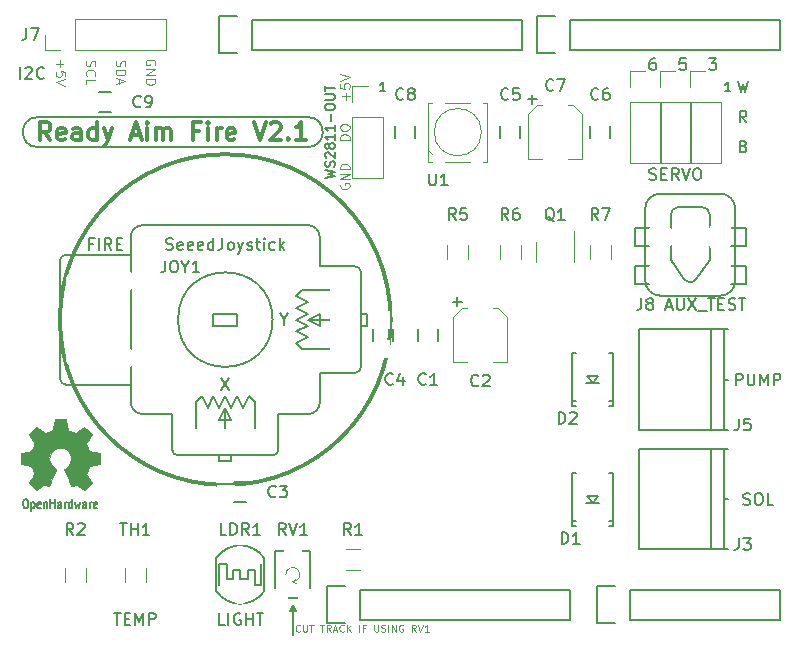
<source format=gto>
G04 #@! TF.FileFunction,Legend,Top*
%FSLAX46Y46*%
G04 Gerber Fmt 4.6, Leading zero omitted, Abs format (unit mm)*
G04 Created by KiCad (PCBNEW 4.0.7-e2-6376~58~ubuntu16.04.1) date Wed Sep  6 23:34:51 2017*
%MOMM*%
%LPD*%
G01*
G04 APERTURE LIST*
%ADD10C,0.100000*%
%ADD11C,0.150000*%
%ADD12C,0.200000*%
%ADD13C,0.300000*%
%ADD14C,0.120000*%
%ADD15C,0.002540*%
%ADD16C,0.127000*%
%ADD17R,1.700000X1.700000*%
%ADD18O,1.700000X1.700000*%
%ADD19R,1.600000X2.600000*%
%ADD20R,1.000000X1.600000*%
%ADD21R,1.300000X1.500000*%
%ADD22R,1.500000X1.300000*%
%ADD23R,0.700000X1.000000*%
%ADD24O,1.727200X2.032000*%
%ADD25R,1.800860X3.500120*%
%ADD26R,1.500000X1.250000*%
%ADD27R,1.250000X1.500000*%
%ADD28C,1.600000*%
%ADD29C,2.400000*%
%ADD30R,2.400000X2.400000*%
%ADD31R,1.200000X1.200000*%
%ADD32R,1.600000X1.600000*%
%ADD33R,1.200000X0.200000*%
%ADD34C,3.175000*%
%ADD35C,0.787400*%
%ADD36C,0.990600*%
%ADD37C,2.374900*%
G04 APERTURE END LIST*
D10*
D11*
X112903000Y-82550000D02*
G75*
G03X112903000Y-85090000I0J-1270000D01*
G01*
X135763000Y-85090000D02*
G75*
G03X135763000Y-82550000I0J1270000D01*
G01*
X135763000Y-85090000D02*
X112903000Y-85090000D01*
X112903000Y-82550000D02*
X135763000Y-82550000D01*
D10*
X135105714Y-126071286D02*
X135077143Y-126099857D01*
X134991429Y-126128429D01*
X134934286Y-126128429D01*
X134848571Y-126099857D01*
X134791429Y-126042714D01*
X134762857Y-125985571D01*
X134734286Y-125871286D01*
X134734286Y-125785571D01*
X134762857Y-125671286D01*
X134791429Y-125614143D01*
X134848571Y-125557000D01*
X134934286Y-125528429D01*
X134991429Y-125528429D01*
X135077143Y-125557000D01*
X135105714Y-125585571D01*
X135362857Y-125528429D02*
X135362857Y-126014143D01*
X135391429Y-126071286D01*
X135420000Y-126099857D01*
X135477143Y-126128429D01*
X135591429Y-126128429D01*
X135648571Y-126099857D01*
X135677143Y-126071286D01*
X135705714Y-126014143D01*
X135705714Y-125528429D01*
X135905714Y-125528429D02*
X136248571Y-125528429D01*
X136077142Y-126128429D02*
X136077142Y-125528429D01*
X136820000Y-125528429D02*
X137162857Y-125528429D01*
X136991428Y-126128429D02*
X136991428Y-125528429D01*
X137705714Y-126128429D02*
X137505714Y-125842714D01*
X137362857Y-126128429D02*
X137362857Y-125528429D01*
X137591429Y-125528429D01*
X137648571Y-125557000D01*
X137677143Y-125585571D01*
X137705714Y-125642714D01*
X137705714Y-125728429D01*
X137677143Y-125785571D01*
X137648571Y-125814143D01*
X137591429Y-125842714D01*
X137362857Y-125842714D01*
X137934286Y-125957000D02*
X138220000Y-125957000D01*
X137877143Y-126128429D02*
X138077143Y-125528429D01*
X138277143Y-126128429D01*
X138820000Y-126071286D02*
X138791429Y-126099857D01*
X138705715Y-126128429D01*
X138648572Y-126128429D01*
X138562857Y-126099857D01*
X138505715Y-126042714D01*
X138477143Y-125985571D01*
X138448572Y-125871286D01*
X138448572Y-125785571D01*
X138477143Y-125671286D01*
X138505715Y-125614143D01*
X138562857Y-125557000D01*
X138648572Y-125528429D01*
X138705715Y-125528429D01*
X138791429Y-125557000D01*
X138820000Y-125585571D01*
X139077143Y-126128429D02*
X139077143Y-125528429D01*
X139420000Y-126128429D02*
X139162857Y-125785571D01*
X139420000Y-125528429D02*
X139077143Y-125871286D01*
X140134286Y-126128429D02*
X140134286Y-125528429D01*
X140620000Y-125814143D02*
X140420000Y-125814143D01*
X140420000Y-126128429D02*
X140420000Y-125528429D01*
X140705714Y-125528429D01*
X141391429Y-125528429D02*
X141391429Y-126014143D01*
X141420001Y-126071286D01*
X141448572Y-126099857D01*
X141505715Y-126128429D01*
X141620001Y-126128429D01*
X141677143Y-126099857D01*
X141705715Y-126071286D01*
X141734286Y-126014143D01*
X141734286Y-125528429D01*
X141991429Y-126099857D02*
X142077143Y-126128429D01*
X142220000Y-126128429D01*
X142277143Y-126099857D01*
X142305714Y-126071286D01*
X142334286Y-126014143D01*
X142334286Y-125957000D01*
X142305714Y-125899857D01*
X142277143Y-125871286D01*
X142220000Y-125842714D01*
X142105714Y-125814143D01*
X142048572Y-125785571D01*
X142020000Y-125757000D01*
X141991429Y-125699857D01*
X141991429Y-125642714D01*
X142020000Y-125585571D01*
X142048572Y-125557000D01*
X142105714Y-125528429D01*
X142248572Y-125528429D01*
X142334286Y-125557000D01*
X142591429Y-126128429D02*
X142591429Y-125528429D01*
X142877143Y-126128429D02*
X142877143Y-125528429D01*
X143220000Y-126128429D01*
X143220000Y-125528429D01*
X143820000Y-125557000D02*
X143762857Y-125528429D01*
X143677143Y-125528429D01*
X143591428Y-125557000D01*
X143534286Y-125614143D01*
X143505714Y-125671286D01*
X143477143Y-125785571D01*
X143477143Y-125871286D01*
X143505714Y-125985571D01*
X143534286Y-126042714D01*
X143591428Y-126099857D01*
X143677143Y-126128429D01*
X143734286Y-126128429D01*
X143820000Y-126099857D01*
X143848571Y-126071286D01*
X143848571Y-125871286D01*
X143734286Y-125871286D01*
X144905714Y-126128429D02*
X144705714Y-125842714D01*
X144562857Y-126128429D02*
X144562857Y-125528429D01*
X144791429Y-125528429D01*
X144848571Y-125557000D01*
X144877143Y-125585571D01*
X144905714Y-125642714D01*
X144905714Y-125728429D01*
X144877143Y-125785571D01*
X144848571Y-125814143D01*
X144791429Y-125842714D01*
X144562857Y-125842714D01*
X145077143Y-125528429D02*
X145277143Y-126128429D01*
X145477143Y-125528429D01*
X145991429Y-126128429D02*
X145648572Y-126128429D01*
X145820000Y-126128429D02*
X145820000Y-125528429D01*
X145762857Y-125614143D01*
X145705715Y-125671286D01*
X145648572Y-125699857D01*
D11*
X134620000Y-124333000D02*
X134620000Y-124079000D01*
X134366000Y-124079000D02*
X134366000Y-124333000D01*
X134747000Y-124333000D02*
X134493000Y-123825000D01*
X134239000Y-124333000D02*
X134747000Y-124333000D01*
X134493000Y-123825000D02*
X134239000Y-124333000D01*
X134493000Y-123825000D02*
X134493000Y-126365000D01*
X142341572Y-80371905D02*
X141884429Y-80371905D01*
X142113000Y-80371905D02*
X142113000Y-79571905D01*
X142036810Y-79686190D01*
X141960619Y-79762381D01*
X141884429Y-79800476D01*
X171551572Y-80371905D02*
X171094429Y-80371905D01*
X171323000Y-80371905D02*
X171323000Y-79571905D01*
X171246810Y-79686190D01*
X171170619Y-79762381D01*
X171094429Y-79800476D01*
D12*
X172664429Y-85018571D02*
X172807286Y-85066190D01*
X172854905Y-85113810D01*
X172902524Y-85209048D01*
X172902524Y-85351905D01*
X172854905Y-85447143D01*
X172807286Y-85494762D01*
X172712048Y-85542381D01*
X172331095Y-85542381D01*
X172331095Y-84542381D01*
X172664429Y-84542381D01*
X172759667Y-84590000D01*
X172807286Y-84637619D01*
X172854905Y-84732857D01*
X172854905Y-84828095D01*
X172807286Y-84923333D01*
X172759667Y-84970952D01*
X172664429Y-85018571D01*
X172331095Y-85018571D01*
X172902524Y-83002381D02*
X172569190Y-82526190D01*
X172331095Y-83002381D02*
X172331095Y-82002381D01*
X172712048Y-82002381D01*
X172807286Y-82050000D01*
X172854905Y-82097619D01*
X172902524Y-82192857D01*
X172902524Y-82335714D01*
X172854905Y-82430952D01*
X172807286Y-82478571D01*
X172712048Y-82526190D01*
X172331095Y-82526190D01*
X172164429Y-79462381D02*
X172402524Y-80462381D01*
X172593001Y-79748095D01*
X172783477Y-80462381D01*
X173021572Y-79462381D01*
X165163477Y-77557381D02*
X164973000Y-77557381D01*
X164877762Y-77605000D01*
X164830143Y-77652619D01*
X164734905Y-77795476D01*
X164687286Y-77985952D01*
X164687286Y-78366905D01*
X164734905Y-78462143D01*
X164782524Y-78509762D01*
X164877762Y-78557381D01*
X165068239Y-78557381D01*
X165163477Y-78509762D01*
X165211096Y-78462143D01*
X165258715Y-78366905D01*
X165258715Y-78128810D01*
X165211096Y-78033571D01*
X165163477Y-77985952D01*
X165068239Y-77938333D01*
X164877762Y-77938333D01*
X164782524Y-77985952D01*
X164734905Y-78033571D01*
X164687286Y-78128810D01*
X167751096Y-77557381D02*
X167274905Y-77557381D01*
X167227286Y-78033571D01*
X167274905Y-77985952D01*
X167370143Y-77938333D01*
X167608239Y-77938333D01*
X167703477Y-77985952D01*
X167751096Y-78033571D01*
X167798715Y-78128810D01*
X167798715Y-78366905D01*
X167751096Y-78462143D01*
X167703477Y-78509762D01*
X167608239Y-78557381D01*
X167370143Y-78557381D01*
X167274905Y-78509762D01*
X167227286Y-78462143D01*
X169719667Y-77557381D02*
X170338715Y-77557381D01*
X170005381Y-77938333D01*
X170148239Y-77938333D01*
X170243477Y-77985952D01*
X170291096Y-78033571D01*
X170338715Y-78128810D01*
X170338715Y-78366905D01*
X170291096Y-78462143D01*
X170243477Y-78509762D01*
X170148239Y-78557381D01*
X169862524Y-78557381D01*
X169767286Y-78509762D01*
X169719667Y-78462143D01*
D10*
X139299905Y-84448571D02*
X138499905Y-84448571D01*
X138499905Y-84258095D01*
X138538000Y-84143809D01*
X138614190Y-84067618D01*
X138690381Y-84029523D01*
X138842762Y-83991428D01*
X138957048Y-83991428D01*
X139109429Y-84029523D01*
X139185619Y-84067618D01*
X139261810Y-84143809D01*
X139299905Y-84258095D01*
X139299905Y-84448571D01*
X138499905Y-83496190D02*
X138499905Y-83343809D01*
X138538000Y-83267618D01*
X138614190Y-83191428D01*
X138766571Y-83153333D01*
X139033238Y-83153333D01*
X139185619Y-83191428D01*
X139261810Y-83267618D01*
X139299905Y-83343809D01*
X139299905Y-83496190D01*
X139261810Y-83572380D01*
X139185619Y-83648571D01*
X139033238Y-83686666D01*
X138766571Y-83686666D01*
X138614190Y-83648571D01*
X138538000Y-83572380D01*
X138499905Y-83496190D01*
X138538000Y-88188571D02*
X138499905Y-88264762D01*
X138499905Y-88379047D01*
X138538000Y-88493333D01*
X138614190Y-88569524D01*
X138690381Y-88607619D01*
X138842762Y-88645714D01*
X138957048Y-88645714D01*
X139109429Y-88607619D01*
X139185619Y-88569524D01*
X139261810Y-88493333D01*
X139299905Y-88379047D01*
X139299905Y-88302857D01*
X139261810Y-88188571D01*
X139223714Y-88150476D01*
X138957048Y-88150476D01*
X138957048Y-88302857D01*
X139299905Y-87807619D02*
X138499905Y-87807619D01*
X139299905Y-87350476D01*
X138499905Y-87350476D01*
X139299905Y-86969524D02*
X138499905Y-86969524D01*
X138499905Y-86779048D01*
X138538000Y-86664762D01*
X138614190Y-86588571D01*
X138690381Y-86550476D01*
X138842762Y-86512381D01*
X138957048Y-86512381D01*
X139109429Y-86550476D01*
X139185619Y-86588571D01*
X139261810Y-86664762D01*
X139299905Y-86779048D01*
X139299905Y-86969524D01*
X138995143Y-81089524D02*
X138995143Y-80480000D01*
X139299905Y-80784762D02*
X138690381Y-80784762D01*
X138499905Y-79718095D02*
X138499905Y-80099048D01*
X138880857Y-80137143D01*
X138842762Y-80099048D01*
X138804667Y-80022857D01*
X138804667Y-79832381D01*
X138842762Y-79756191D01*
X138880857Y-79718095D01*
X138957048Y-79680000D01*
X139147524Y-79680000D01*
X139223714Y-79718095D01*
X139261810Y-79756191D01*
X139299905Y-79832381D01*
X139299905Y-80022857D01*
X139261810Y-80099048D01*
X139223714Y-80137143D01*
X138499905Y-79451429D02*
X139299905Y-79184762D01*
X138499905Y-78918095D01*
X122828000Y-78130477D02*
X122866095Y-78054286D01*
X122866095Y-77940001D01*
X122828000Y-77825715D01*
X122751810Y-77749524D01*
X122675619Y-77711429D01*
X122523238Y-77673334D01*
X122408952Y-77673334D01*
X122256571Y-77711429D01*
X122180381Y-77749524D01*
X122104190Y-77825715D01*
X122066095Y-77940001D01*
X122066095Y-78016191D01*
X122104190Y-78130477D01*
X122142286Y-78168572D01*
X122408952Y-78168572D01*
X122408952Y-78016191D01*
X122066095Y-78511429D02*
X122866095Y-78511429D01*
X122066095Y-78968572D01*
X122866095Y-78968572D01*
X122066095Y-79349524D02*
X122866095Y-79349524D01*
X122866095Y-79540000D01*
X122828000Y-79654286D01*
X122751810Y-79730477D01*
X122675619Y-79768572D01*
X122523238Y-79806667D01*
X122408952Y-79806667D01*
X122256571Y-79768572D01*
X122180381Y-79730477D01*
X122104190Y-79654286D01*
X122066095Y-79540000D01*
X122066095Y-79349524D01*
X114750857Y-77711429D02*
X114750857Y-78320953D01*
X114446095Y-78016191D02*
X115055619Y-78016191D01*
X115246095Y-79082858D02*
X115246095Y-78701905D01*
X114865143Y-78663810D01*
X114903238Y-78701905D01*
X114941333Y-78778096D01*
X114941333Y-78968572D01*
X114903238Y-79044762D01*
X114865143Y-79082858D01*
X114788952Y-79120953D01*
X114598476Y-79120953D01*
X114522286Y-79082858D01*
X114484190Y-79044762D01*
X114446095Y-78968572D01*
X114446095Y-78778096D01*
X114484190Y-78701905D01*
X114522286Y-78663810D01*
X115246095Y-79349524D02*
X114446095Y-79616191D01*
X115246095Y-79882858D01*
X119564190Y-77768572D02*
X119526095Y-77882858D01*
X119526095Y-78073334D01*
X119564190Y-78149524D01*
X119602286Y-78187620D01*
X119678476Y-78225715D01*
X119754667Y-78225715D01*
X119830857Y-78187620D01*
X119868952Y-78149524D01*
X119907048Y-78073334D01*
X119945143Y-77920953D01*
X119983238Y-77844762D01*
X120021333Y-77806667D01*
X120097524Y-77768572D01*
X120173714Y-77768572D01*
X120249905Y-77806667D01*
X120288000Y-77844762D01*
X120326095Y-77920953D01*
X120326095Y-78111429D01*
X120288000Y-78225715D01*
X119526095Y-78568572D02*
X120326095Y-78568572D01*
X120326095Y-78759048D01*
X120288000Y-78873334D01*
X120211810Y-78949525D01*
X120135619Y-78987620D01*
X119983238Y-79025715D01*
X119868952Y-79025715D01*
X119716571Y-78987620D01*
X119640381Y-78949525D01*
X119564190Y-78873334D01*
X119526095Y-78759048D01*
X119526095Y-78568572D01*
X119754667Y-79330477D02*
X119754667Y-79711429D01*
X119526095Y-79254286D02*
X120326095Y-79520953D01*
X119526095Y-79787620D01*
X117024190Y-77787619D02*
X116986095Y-77901905D01*
X116986095Y-78092381D01*
X117024190Y-78168571D01*
X117062286Y-78206667D01*
X117138476Y-78244762D01*
X117214667Y-78244762D01*
X117290857Y-78206667D01*
X117328952Y-78168571D01*
X117367048Y-78092381D01*
X117405143Y-77940000D01*
X117443238Y-77863809D01*
X117481333Y-77825714D01*
X117557524Y-77787619D01*
X117633714Y-77787619D01*
X117709905Y-77825714D01*
X117748000Y-77863809D01*
X117786095Y-77940000D01*
X117786095Y-78130476D01*
X117748000Y-78244762D01*
X117062286Y-79044762D02*
X117024190Y-79006667D01*
X116986095Y-78892381D01*
X116986095Y-78816191D01*
X117024190Y-78701905D01*
X117100381Y-78625714D01*
X117176571Y-78587619D01*
X117328952Y-78549524D01*
X117443238Y-78549524D01*
X117595619Y-78587619D01*
X117671810Y-78625714D01*
X117748000Y-78701905D01*
X117786095Y-78816191D01*
X117786095Y-78892381D01*
X117748000Y-79006667D01*
X117709905Y-79044762D01*
X116986095Y-79768572D02*
X116986095Y-79387619D01*
X117786095Y-79387619D01*
D13*
X113975859Y-84498571D02*
X113475859Y-83784286D01*
X113118716Y-84498571D02*
X113118716Y-82998571D01*
X113690144Y-82998571D01*
X113833002Y-83070000D01*
X113904430Y-83141429D01*
X113975859Y-83284286D01*
X113975859Y-83498571D01*
X113904430Y-83641429D01*
X113833002Y-83712857D01*
X113690144Y-83784286D01*
X113118716Y-83784286D01*
X115190144Y-84427143D02*
X115047287Y-84498571D01*
X114761573Y-84498571D01*
X114618716Y-84427143D01*
X114547287Y-84284286D01*
X114547287Y-83712857D01*
X114618716Y-83570000D01*
X114761573Y-83498571D01*
X115047287Y-83498571D01*
X115190144Y-83570000D01*
X115261573Y-83712857D01*
X115261573Y-83855714D01*
X114547287Y-83998571D01*
X116547287Y-84498571D02*
X116547287Y-83712857D01*
X116475858Y-83570000D01*
X116333001Y-83498571D01*
X116047287Y-83498571D01*
X115904430Y-83570000D01*
X116547287Y-84427143D02*
X116404430Y-84498571D01*
X116047287Y-84498571D01*
X115904430Y-84427143D01*
X115833001Y-84284286D01*
X115833001Y-84141429D01*
X115904430Y-83998571D01*
X116047287Y-83927143D01*
X116404430Y-83927143D01*
X116547287Y-83855714D01*
X117904430Y-84498571D02*
X117904430Y-82998571D01*
X117904430Y-84427143D02*
X117761573Y-84498571D01*
X117475859Y-84498571D01*
X117333001Y-84427143D01*
X117261573Y-84355714D01*
X117190144Y-84212857D01*
X117190144Y-83784286D01*
X117261573Y-83641429D01*
X117333001Y-83570000D01*
X117475859Y-83498571D01*
X117761573Y-83498571D01*
X117904430Y-83570000D01*
X118475859Y-83498571D02*
X118833002Y-84498571D01*
X119190144Y-83498571D02*
X118833002Y-84498571D01*
X118690144Y-84855714D01*
X118618716Y-84927143D01*
X118475859Y-84998571D01*
X120833001Y-84070000D02*
X121547287Y-84070000D01*
X120690144Y-84498571D02*
X121190144Y-82998571D01*
X121690144Y-84498571D01*
X122190144Y-84498571D02*
X122190144Y-83498571D01*
X122190144Y-82998571D02*
X122118715Y-83070000D01*
X122190144Y-83141429D01*
X122261572Y-83070000D01*
X122190144Y-82998571D01*
X122190144Y-83141429D01*
X122904430Y-84498571D02*
X122904430Y-83498571D01*
X122904430Y-83641429D02*
X122975858Y-83570000D01*
X123118716Y-83498571D01*
X123333001Y-83498571D01*
X123475858Y-83570000D01*
X123547287Y-83712857D01*
X123547287Y-84498571D01*
X123547287Y-83712857D02*
X123618716Y-83570000D01*
X123761573Y-83498571D01*
X123975858Y-83498571D01*
X124118716Y-83570000D01*
X124190144Y-83712857D01*
X124190144Y-84498571D01*
X126547287Y-83712857D02*
X126047287Y-83712857D01*
X126047287Y-84498571D02*
X126047287Y-82998571D01*
X126761573Y-82998571D01*
X127333001Y-84498571D02*
X127333001Y-83498571D01*
X127333001Y-82998571D02*
X127261572Y-83070000D01*
X127333001Y-83141429D01*
X127404429Y-83070000D01*
X127333001Y-82998571D01*
X127333001Y-83141429D01*
X128047287Y-84498571D02*
X128047287Y-83498571D01*
X128047287Y-83784286D02*
X128118715Y-83641429D01*
X128190144Y-83570000D01*
X128333001Y-83498571D01*
X128475858Y-83498571D01*
X129547286Y-84427143D02*
X129404429Y-84498571D01*
X129118715Y-84498571D01*
X128975858Y-84427143D01*
X128904429Y-84284286D01*
X128904429Y-83712857D01*
X128975858Y-83570000D01*
X129118715Y-83498571D01*
X129404429Y-83498571D01*
X129547286Y-83570000D01*
X129618715Y-83712857D01*
X129618715Y-83855714D01*
X128904429Y-83998571D01*
X131190143Y-82998571D02*
X131690143Y-84498571D01*
X132190143Y-82998571D01*
X132618714Y-83141429D02*
X132690143Y-83070000D01*
X132833000Y-82998571D01*
X133190143Y-82998571D01*
X133333000Y-83070000D01*
X133404429Y-83141429D01*
X133475857Y-83284286D01*
X133475857Y-83427143D01*
X133404429Y-83641429D01*
X132547286Y-84498571D01*
X133475857Y-84498571D01*
X134118714Y-84355714D02*
X134190142Y-84427143D01*
X134118714Y-84498571D01*
X134047285Y-84427143D01*
X134118714Y-84355714D01*
X134118714Y-84498571D01*
X135618714Y-84498571D02*
X134761571Y-84498571D01*
X135190143Y-84498571D02*
X135190143Y-82998571D01*
X135047286Y-83212857D01*
X134904428Y-83355714D01*
X134761571Y-83427143D01*
D14*
X163008000Y-86420000D02*
X165668000Y-86420000D01*
X163008000Y-81280000D02*
X163008000Y-86420000D01*
X165668000Y-81280000D02*
X165668000Y-86420000D01*
X163008000Y-81280000D02*
X165668000Y-81280000D01*
X163008000Y-80010000D02*
X163008000Y-78680000D01*
X163008000Y-78680000D02*
X164338000Y-78680000D01*
X154428000Y-86110000D02*
X155598000Y-86110000D01*
X159008000Y-86110000D02*
X157838000Y-86110000D01*
X158238000Y-81530000D02*
X157838000Y-81530000D01*
X155198000Y-81530000D02*
X155598000Y-81530000D01*
X154428000Y-82300000D02*
X154428000Y-86110000D01*
X154428000Y-82300000D02*
X155198000Y-81530000D01*
X159008000Y-82300000D02*
X159008000Y-86110000D01*
X159008000Y-82300000D02*
X158238000Y-81530000D01*
D10*
X146963000Y-86320000D02*
X145963000Y-85320000D01*
X150963000Y-81320000D02*
X145963000Y-81320000D01*
X145963000Y-81320000D02*
X145963000Y-86320000D01*
X145963000Y-86320000D02*
X150963000Y-86320000D01*
X150963000Y-86320000D02*
X150963000Y-81320000D01*
X150463000Y-83820000D02*
G75*
G03X150463000Y-83820000I-2000000J0D01*
G01*
D14*
X120278000Y-121885000D02*
X120278000Y-120685000D01*
X122038000Y-120685000D02*
X122038000Y-121885000D01*
X161408000Y-93380000D02*
X161408000Y-94580000D01*
X159648000Y-94580000D02*
X159648000Y-93380000D01*
X153788000Y-93380000D02*
X153788000Y-94580000D01*
X152028000Y-94580000D02*
X152028000Y-93380000D01*
X149343000Y-93380000D02*
X149343000Y-94580000D01*
X147583000Y-94580000D02*
X147583000Y-93380000D01*
X115198000Y-121885000D02*
X115198000Y-120685000D01*
X116958000Y-120685000D02*
X116958000Y-121885000D01*
X140173000Y-120895000D02*
X138973000Y-120895000D01*
X138973000Y-119135000D02*
X140173000Y-119135000D01*
X158318000Y-94830000D02*
X158318000Y-92230000D01*
X155118000Y-94830000D02*
X155118000Y-93130000D01*
D11*
X157988000Y-76835000D02*
X175768000Y-76835000D01*
X175768000Y-76835000D02*
X175768000Y-74295000D01*
X175768000Y-74295000D02*
X157988000Y-74295000D01*
X155168000Y-77115000D02*
X156718000Y-77115000D01*
X157988000Y-76835000D02*
X157988000Y-74295000D01*
X156718000Y-74015000D02*
X155168000Y-74015000D01*
X155168000Y-74015000D02*
X155168000Y-77115000D01*
X131064000Y-76835000D02*
X153924000Y-76835000D01*
X153924000Y-76835000D02*
X153924000Y-74295000D01*
X153924000Y-74295000D02*
X131064000Y-74295000D01*
X128244000Y-77115000D02*
X129794000Y-77115000D01*
X131064000Y-76835000D02*
X131064000Y-74295000D01*
X129794000Y-74015000D02*
X128244000Y-74015000D01*
X128244000Y-74015000D02*
X128244000Y-77115000D01*
X163068000Y-125095000D02*
X175768000Y-125095000D01*
X175768000Y-125095000D02*
X175768000Y-122555000D01*
X175768000Y-122555000D02*
X163068000Y-122555000D01*
X160248000Y-125375000D02*
X161798000Y-125375000D01*
X163068000Y-125095000D02*
X163068000Y-122555000D01*
X161798000Y-122275000D02*
X160248000Y-122275000D01*
X160248000Y-122275000D02*
X160248000Y-125375000D01*
X140208000Y-125095000D02*
X157988000Y-125095000D01*
X157988000Y-125095000D02*
X157988000Y-122555000D01*
X157988000Y-122555000D02*
X140208000Y-122555000D01*
X137388000Y-125375000D02*
X138938000Y-125375000D01*
X140208000Y-125095000D02*
X140208000Y-122555000D01*
X138938000Y-122275000D02*
X137388000Y-122275000D01*
X137388000Y-122275000D02*
X137388000Y-125375000D01*
D14*
X123758000Y-76895000D02*
X123758000Y-74235000D01*
X116078000Y-76895000D02*
X123758000Y-76895000D01*
X116078000Y-74235000D02*
X123758000Y-74235000D01*
X116078000Y-76895000D02*
X116078000Y-74235000D01*
X114808000Y-76895000D02*
X113478000Y-76895000D01*
X113478000Y-76895000D02*
X113478000Y-75565000D01*
X139513000Y-87690000D02*
X142173000Y-87690000D01*
X139513000Y-82550000D02*
X139513000Y-87690000D01*
X142173000Y-82550000D02*
X142173000Y-87690000D01*
X139513000Y-82550000D02*
X142173000Y-82550000D01*
X139513000Y-81280000D02*
X139513000Y-79950000D01*
X139513000Y-79950000D02*
X140843000Y-79950000D01*
X165548000Y-86420000D02*
X168208000Y-86420000D01*
X165548000Y-81280000D02*
X165548000Y-86420000D01*
X168208000Y-81280000D02*
X168208000Y-86420000D01*
X165548000Y-81280000D02*
X168208000Y-81280000D01*
X165548000Y-80010000D02*
X165548000Y-78680000D01*
X165548000Y-78680000D02*
X166878000Y-78680000D01*
X168088000Y-86420000D02*
X170748000Y-86420000D01*
X168088000Y-81280000D02*
X168088000Y-86420000D01*
X170748000Y-81280000D02*
X170748000Y-86420000D01*
X168088000Y-81280000D02*
X170748000Y-81280000D01*
X168088000Y-80010000D02*
X168088000Y-78680000D01*
X168088000Y-78680000D02*
X169418000Y-78680000D01*
D11*
X159893000Y-105025000D02*
X159443000Y-104475000D01*
X159443000Y-104475000D02*
X160343000Y-104475000D01*
X160343000Y-104475000D02*
X159893000Y-105025000D01*
X159343000Y-105025000D02*
X160443000Y-105025000D01*
X161643060Y-106574140D02*
X161292540Y-106574140D01*
X158142940Y-106574140D02*
X158493460Y-106574140D01*
X161643060Y-102524560D02*
X161292540Y-102524560D01*
X161643060Y-107025440D02*
X161292540Y-107025440D01*
X158142940Y-107025440D02*
X158493460Y-107025440D01*
X158142940Y-102524560D02*
X158493460Y-102524560D01*
X161643060Y-107025440D02*
X161643060Y-102524560D01*
X158142940Y-107025440D02*
X158142940Y-102524560D01*
X159893000Y-115185000D02*
X159443000Y-114635000D01*
X159443000Y-114635000D02*
X160343000Y-114635000D01*
X160343000Y-114635000D02*
X159893000Y-115185000D01*
X159343000Y-115185000D02*
X160443000Y-115185000D01*
X161643060Y-116734140D02*
X161292540Y-116734140D01*
X158142940Y-116734140D02*
X158493460Y-116734140D01*
X161643060Y-112684560D02*
X161292540Y-112684560D01*
X161643060Y-117185440D02*
X161292540Y-117185440D01*
X158142940Y-117185440D02*
X158493460Y-117185440D01*
X158142940Y-112684560D02*
X158493460Y-112684560D01*
X161643060Y-117185440D02*
X161643060Y-112684560D01*
X158142940Y-117185440D02*
X158142940Y-112684560D01*
X119118000Y-80430000D02*
X118118000Y-80430000D01*
X118118000Y-82130000D02*
X119118000Y-82130000D01*
X144868000Y-84320000D02*
X144868000Y-83320000D01*
X143168000Y-83320000D02*
X143168000Y-84320000D01*
X161378000Y-84320000D02*
X161378000Y-83320000D01*
X159678000Y-83320000D02*
X159678000Y-84320000D01*
X153758000Y-84320000D02*
X153758000Y-83320000D01*
X152058000Y-83320000D02*
X152058000Y-84320000D01*
X142963000Y-101465000D02*
X142963000Y-100465000D01*
X141263000Y-100465000D02*
X141263000Y-101465000D01*
X130548000Y-113450000D02*
X129548000Y-113450000D01*
X129548000Y-115150000D02*
X130548000Y-115150000D01*
X146773000Y-101465000D02*
X146773000Y-100465000D01*
X145073000Y-100465000D02*
X145073000Y-101465000D01*
D14*
X148078000Y-103255000D02*
X149248000Y-103255000D01*
X152658000Y-103255000D02*
X151488000Y-103255000D01*
X151888000Y-98675000D02*
X151488000Y-98675000D01*
X148848000Y-98675000D02*
X149248000Y-98675000D01*
X148078000Y-99445000D02*
X148078000Y-103255000D01*
X148078000Y-99445000D02*
X148848000Y-98675000D01*
X152658000Y-99445000D02*
X152658000Y-103255000D01*
X152658000Y-99445000D02*
X151888000Y-98675000D01*
D15*
G36*
X112783620Y-114124740D02*
X112819180Y-114104420D01*
X112897920Y-114056160D01*
X113009680Y-113982500D01*
X113141760Y-113896140D01*
X113273840Y-113804700D01*
X113383060Y-113733580D01*
X113459260Y-113682780D01*
X113489740Y-113665000D01*
X113507520Y-113672620D01*
X113571020Y-113703100D01*
X113659920Y-113748820D01*
X113713260Y-113776760D01*
X113797080Y-113812320D01*
X113840260Y-113819940D01*
X113845340Y-113809780D01*
X113875820Y-113746280D01*
X113924080Y-113637060D01*
X113987580Y-113492280D01*
X114061240Y-113322100D01*
X114137440Y-113139220D01*
X114216180Y-112953800D01*
X114289840Y-112776000D01*
X114353340Y-112615980D01*
X114406680Y-112483900D01*
X114442240Y-112395000D01*
X114454940Y-112356900D01*
X114449860Y-112346740D01*
X114409220Y-112306100D01*
X114335560Y-112252760D01*
X114178080Y-112123220D01*
X114020600Y-111930180D01*
X113926620Y-111709200D01*
X113893600Y-111462820D01*
X113921540Y-111234220D01*
X114010440Y-111015780D01*
X114162840Y-110820200D01*
X114348260Y-110672880D01*
X114564160Y-110581440D01*
X114808000Y-110550960D01*
X115039140Y-110576360D01*
X115262660Y-110665260D01*
X115460780Y-110815120D01*
X115544600Y-110911640D01*
X115658900Y-111109760D01*
X115722400Y-111323120D01*
X115730020Y-111379000D01*
X115719860Y-111612680D01*
X115651280Y-111836200D01*
X115526820Y-112036860D01*
X115356640Y-112201960D01*
X115333780Y-112217200D01*
X115255040Y-112278160D01*
X115201700Y-112318800D01*
X115158520Y-112351820D01*
X115458240Y-113070640D01*
X115506500Y-113184940D01*
X115587780Y-113383060D01*
X115658900Y-113550700D01*
X115717320Y-113685320D01*
X115757960Y-113776760D01*
X115775740Y-113812320D01*
X115775740Y-113814860D01*
X115803680Y-113819940D01*
X115857020Y-113799620D01*
X115958620Y-113751360D01*
X116024660Y-113715800D01*
X116100860Y-113680240D01*
X116136420Y-113665000D01*
X116164360Y-113682780D01*
X116238020Y-113728500D01*
X116344700Y-113799620D01*
X116474240Y-113888520D01*
X116596160Y-113972340D01*
X116707920Y-114046000D01*
X116789200Y-114099340D01*
X116829840Y-114119660D01*
X116834920Y-114119660D01*
X116870480Y-114099340D01*
X116936520Y-114046000D01*
X117033040Y-113954560D01*
X117172740Y-113817400D01*
X117193060Y-113794540D01*
X117307360Y-113680240D01*
X117398800Y-113583720D01*
X117462300Y-113512600D01*
X117485160Y-113482120D01*
X117485160Y-113482120D01*
X117464840Y-113444020D01*
X117411500Y-113360200D01*
X117337840Y-113245900D01*
X117246400Y-113113820D01*
X117007640Y-112768380D01*
X117139720Y-112440720D01*
X117180360Y-112341660D01*
X117231160Y-112219740D01*
X117269260Y-112133380D01*
X117287040Y-112095280D01*
X117322600Y-112082580D01*
X117411500Y-112062260D01*
X117541040Y-112034320D01*
X117695980Y-112006380D01*
X117843300Y-111978440D01*
X117975380Y-111953040D01*
X118071900Y-111935260D01*
X118115080Y-111927640D01*
X118125240Y-111920020D01*
X118135400Y-111899700D01*
X118140480Y-111853980D01*
X118143020Y-111772700D01*
X118145560Y-111645700D01*
X118145560Y-111462820D01*
X118145560Y-111442500D01*
X118143020Y-111267240D01*
X118140480Y-111127540D01*
X118135400Y-111036100D01*
X118130320Y-111000540D01*
X118130320Y-111000540D01*
X118087140Y-110990380D01*
X117993160Y-110970060D01*
X117861080Y-110944660D01*
X117703600Y-110914180D01*
X117693440Y-110911640D01*
X117535960Y-110881160D01*
X117401340Y-110853220D01*
X117309900Y-110832900D01*
X117271800Y-110820200D01*
X117261640Y-110810040D01*
X117231160Y-110746540D01*
X117185440Y-110650020D01*
X117132100Y-110530640D01*
X117081300Y-110406180D01*
X117038120Y-110294420D01*
X117007640Y-110210600D01*
X116997480Y-110172500D01*
X116997480Y-110172500D01*
X117022880Y-110134400D01*
X117076220Y-110053120D01*
X117152420Y-109938820D01*
X117246400Y-109804200D01*
X117251480Y-109794040D01*
X117342920Y-109661960D01*
X117416580Y-109547660D01*
X117464840Y-109466380D01*
X117485160Y-109430820D01*
X117482620Y-109428280D01*
X117454680Y-109390180D01*
X117386100Y-109313980D01*
X117289580Y-109212380D01*
X117172740Y-109093000D01*
X117134640Y-109057440D01*
X117005100Y-108930440D01*
X116913660Y-108846620D01*
X116857780Y-108803440D01*
X116832380Y-108793280D01*
X116829840Y-108793280D01*
X116789200Y-108818680D01*
X116705380Y-108874560D01*
X116591080Y-108950760D01*
X116456460Y-109042200D01*
X116446300Y-109049820D01*
X116314220Y-109141260D01*
X116202460Y-109214920D01*
X116123720Y-109268260D01*
X116088160Y-109288580D01*
X116083080Y-109288580D01*
X116027200Y-109273340D01*
X115933220Y-109240320D01*
X115816380Y-109194600D01*
X115691920Y-109143800D01*
X115580160Y-109098080D01*
X115496340Y-109059980D01*
X115458240Y-109037120D01*
X115455700Y-109034580D01*
X115443000Y-108986320D01*
X115420140Y-108887260D01*
X115389660Y-108750100D01*
X115359180Y-108585000D01*
X115354100Y-108559600D01*
X115323620Y-108399580D01*
X115298220Y-108270040D01*
X115280440Y-108178600D01*
X115270280Y-108140500D01*
X115247420Y-108135420D01*
X115171220Y-108130340D01*
X115051840Y-108127800D01*
X114909600Y-108125260D01*
X114757200Y-108125260D01*
X114609880Y-108130340D01*
X114485420Y-108132880D01*
X114393980Y-108140500D01*
X114355880Y-108148120D01*
X114355880Y-108150660D01*
X114340640Y-108198920D01*
X114320320Y-108297980D01*
X114292380Y-108437680D01*
X114259360Y-108600240D01*
X114254280Y-108630720D01*
X114223800Y-108788200D01*
X114198400Y-108917740D01*
X114178080Y-109009180D01*
X114167920Y-109044740D01*
X114155220Y-109052360D01*
X114089180Y-109080300D01*
X113982500Y-109123480D01*
X113850420Y-109176820D01*
X113545620Y-109301280D01*
X113169700Y-109044740D01*
X113136680Y-109021880D01*
X113002060Y-108927900D01*
X112890300Y-108854240D01*
X112814100Y-108805980D01*
X112781080Y-108788200D01*
X112778540Y-108788200D01*
X112740440Y-108821220D01*
X112666780Y-108889800D01*
X112565180Y-108988860D01*
X112448340Y-109108240D01*
X112359440Y-109194600D01*
X112257840Y-109298740D01*
X112191800Y-109369860D01*
X112156240Y-109415580D01*
X112143540Y-109443520D01*
X112146080Y-109461300D01*
X112171480Y-109499400D01*
X112224820Y-109583220D01*
X112303560Y-109694980D01*
X112395000Y-109829600D01*
X112468660Y-109938820D01*
X112549940Y-110065820D01*
X112603280Y-110154720D01*
X112621060Y-110197900D01*
X112615980Y-110218220D01*
X112590580Y-110289340D01*
X112547400Y-110401100D01*
X112488980Y-110533180D01*
X112359440Y-110830360D01*
X112166400Y-110868460D01*
X112047020Y-110888780D01*
X111881920Y-110921800D01*
X111724440Y-110952280D01*
X111478060Y-111000540D01*
X111470440Y-111904780D01*
X111508540Y-111920020D01*
X111544100Y-111930180D01*
X111635540Y-111950500D01*
X111765080Y-111975900D01*
X111920020Y-112003840D01*
X112049560Y-112029240D01*
X112181640Y-112054640D01*
X112278160Y-112072420D01*
X112318800Y-112082580D01*
X112328960Y-112095280D01*
X112361980Y-112158780D01*
X112410240Y-112260380D01*
X112461040Y-112382300D01*
X112514380Y-112509300D01*
X112560100Y-112626140D01*
X112593120Y-112715040D01*
X112605820Y-112763300D01*
X112588040Y-112796320D01*
X112537240Y-112875060D01*
X112466120Y-112984280D01*
X112374680Y-113116360D01*
X112285780Y-113245900D01*
X112209580Y-113360200D01*
X112158780Y-113438940D01*
X112135920Y-113477040D01*
X112146080Y-113502440D01*
X112199420Y-113565940D01*
X112298480Y-113667540D01*
X112445800Y-113812320D01*
X112468660Y-113835180D01*
X112585500Y-113949480D01*
X112684560Y-114040920D01*
X112753140Y-114101880D01*
X112783620Y-114124740D01*
X112783620Y-114124740D01*
G37*
X112783620Y-114124740D02*
X112819180Y-114104420D01*
X112897920Y-114056160D01*
X113009680Y-113982500D01*
X113141760Y-113896140D01*
X113273840Y-113804700D01*
X113383060Y-113733580D01*
X113459260Y-113682780D01*
X113489740Y-113665000D01*
X113507520Y-113672620D01*
X113571020Y-113703100D01*
X113659920Y-113748820D01*
X113713260Y-113776760D01*
X113797080Y-113812320D01*
X113840260Y-113819940D01*
X113845340Y-113809780D01*
X113875820Y-113746280D01*
X113924080Y-113637060D01*
X113987580Y-113492280D01*
X114061240Y-113322100D01*
X114137440Y-113139220D01*
X114216180Y-112953800D01*
X114289840Y-112776000D01*
X114353340Y-112615980D01*
X114406680Y-112483900D01*
X114442240Y-112395000D01*
X114454940Y-112356900D01*
X114449860Y-112346740D01*
X114409220Y-112306100D01*
X114335560Y-112252760D01*
X114178080Y-112123220D01*
X114020600Y-111930180D01*
X113926620Y-111709200D01*
X113893600Y-111462820D01*
X113921540Y-111234220D01*
X114010440Y-111015780D01*
X114162840Y-110820200D01*
X114348260Y-110672880D01*
X114564160Y-110581440D01*
X114808000Y-110550960D01*
X115039140Y-110576360D01*
X115262660Y-110665260D01*
X115460780Y-110815120D01*
X115544600Y-110911640D01*
X115658900Y-111109760D01*
X115722400Y-111323120D01*
X115730020Y-111379000D01*
X115719860Y-111612680D01*
X115651280Y-111836200D01*
X115526820Y-112036860D01*
X115356640Y-112201960D01*
X115333780Y-112217200D01*
X115255040Y-112278160D01*
X115201700Y-112318800D01*
X115158520Y-112351820D01*
X115458240Y-113070640D01*
X115506500Y-113184940D01*
X115587780Y-113383060D01*
X115658900Y-113550700D01*
X115717320Y-113685320D01*
X115757960Y-113776760D01*
X115775740Y-113812320D01*
X115775740Y-113814860D01*
X115803680Y-113819940D01*
X115857020Y-113799620D01*
X115958620Y-113751360D01*
X116024660Y-113715800D01*
X116100860Y-113680240D01*
X116136420Y-113665000D01*
X116164360Y-113682780D01*
X116238020Y-113728500D01*
X116344700Y-113799620D01*
X116474240Y-113888520D01*
X116596160Y-113972340D01*
X116707920Y-114046000D01*
X116789200Y-114099340D01*
X116829840Y-114119660D01*
X116834920Y-114119660D01*
X116870480Y-114099340D01*
X116936520Y-114046000D01*
X117033040Y-113954560D01*
X117172740Y-113817400D01*
X117193060Y-113794540D01*
X117307360Y-113680240D01*
X117398800Y-113583720D01*
X117462300Y-113512600D01*
X117485160Y-113482120D01*
X117485160Y-113482120D01*
X117464840Y-113444020D01*
X117411500Y-113360200D01*
X117337840Y-113245900D01*
X117246400Y-113113820D01*
X117007640Y-112768380D01*
X117139720Y-112440720D01*
X117180360Y-112341660D01*
X117231160Y-112219740D01*
X117269260Y-112133380D01*
X117287040Y-112095280D01*
X117322600Y-112082580D01*
X117411500Y-112062260D01*
X117541040Y-112034320D01*
X117695980Y-112006380D01*
X117843300Y-111978440D01*
X117975380Y-111953040D01*
X118071900Y-111935260D01*
X118115080Y-111927640D01*
X118125240Y-111920020D01*
X118135400Y-111899700D01*
X118140480Y-111853980D01*
X118143020Y-111772700D01*
X118145560Y-111645700D01*
X118145560Y-111462820D01*
X118145560Y-111442500D01*
X118143020Y-111267240D01*
X118140480Y-111127540D01*
X118135400Y-111036100D01*
X118130320Y-111000540D01*
X118130320Y-111000540D01*
X118087140Y-110990380D01*
X117993160Y-110970060D01*
X117861080Y-110944660D01*
X117703600Y-110914180D01*
X117693440Y-110911640D01*
X117535960Y-110881160D01*
X117401340Y-110853220D01*
X117309900Y-110832900D01*
X117271800Y-110820200D01*
X117261640Y-110810040D01*
X117231160Y-110746540D01*
X117185440Y-110650020D01*
X117132100Y-110530640D01*
X117081300Y-110406180D01*
X117038120Y-110294420D01*
X117007640Y-110210600D01*
X116997480Y-110172500D01*
X116997480Y-110172500D01*
X117022880Y-110134400D01*
X117076220Y-110053120D01*
X117152420Y-109938820D01*
X117246400Y-109804200D01*
X117251480Y-109794040D01*
X117342920Y-109661960D01*
X117416580Y-109547660D01*
X117464840Y-109466380D01*
X117485160Y-109430820D01*
X117482620Y-109428280D01*
X117454680Y-109390180D01*
X117386100Y-109313980D01*
X117289580Y-109212380D01*
X117172740Y-109093000D01*
X117134640Y-109057440D01*
X117005100Y-108930440D01*
X116913660Y-108846620D01*
X116857780Y-108803440D01*
X116832380Y-108793280D01*
X116829840Y-108793280D01*
X116789200Y-108818680D01*
X116705380Y-108874560D01*
X116591080Y-108950760D01*
X116456460Y-109042200D01*
X116446300Y-109049820D01*
X116314220Y-109141260D01*
X116202460Y-109214920D01*
X116123720Y-109268260D01*
X116088160Y-109288580D01*
X116083080Y-109288580D01*
X116027200Y-109273340D01*
X115933220Y-109240320D01*
X115816380Y-109194600D01*
X115691920Y-109143800D01*
X115580160Y-109098080D01*
X115496340Y-109059980D01*
X115458240Y-109037120D01*
X115455700Y-109034580D01*
X115443000Y-108986320D01*
X115420140Y-108887260D01*
X115389660Y-108750100D01*
X115359180Y-108585000D01*
X115354100Y-108559600D01*
X115323620Y-108399580D01*
X115298220Y-108270040D01*
X115280440Y-108178600D01*
X115270280Y-108140500D01*
X115247420Y-108135420D01*
X115171220Y-108130340D01*
X115051840Y-108127800D01*
X114909600Y-108125260D01*
X114757200Y-108125260D01*
X114609880Y-108130340D01*
X114485420Y-108132880D01*
X114393980Y-108140500D01*
X114355880Y-108148120D01*
X114355880Y-108150660D01*
X114340640Y-108198920D01*
X114320320Y-108297980D01*
X114292380Y-108437680D01*
X114259360Y-108600240D01*
X114254280Y-108630720D01*
X114223800Y-108788200D01*
X114198400Y-108917740D01*
X114178080Y-109009180D01*
X114167920Y-109044740D01*
X114155220Y-109052360D01*
X114089180Y-109080300D01*
X113982500Y-109123480D01*
X113850420Y-109176820D01*
X113545620Y-109301280D01*
X113169700Y-109044740D01*
X113136680Y-109021880D01*
X113002060Y-108927900D01*
X112890300Y-108854240D01*
X112814100Y-108805980D01*
X112781080Y-108788200D01*
X112778540Y-108788200D01*
X112740440Y-108821220D01*
X112666780Y-108889800D01*
X112565180Y-108988860D01*
X112448340Y-109108240D01*
X112359440Y-109194600D01*
X112257840Y-109298740D01*
X112191800Y-109369860D01*
X112156240Y-109415580D01*
X112143540Y-109443520D01*
X112146080Y-109461300D01*
X112171480Y-109499400D01*
X112224820Y-109583220D01*
X112303560Y-109694980D01*
X112395000Y-109829600D01*
X112468660Y-109938820D01*
X112549940Y-110065820D01*
X112603280Y-110154720D01*
X112621060Y-110197900D01*
X112615980Y-110218220D01*
X112590580Y-110289340D01*
X112547400Y-110401100D01*
X112488980Y-110533180D01*
X112359440Y-110830360D01*
X112166400Y-110868460D01*
X112047020Y-110888780D01*
X111881920Y-110921800D01*
X111724440Y-110952280D01*
X111478060Y-111000540D01*
X111470440Y-111904780D01*
X111508540Y-111920020D01*
X111544100Y-111930180D01*
X111635540Y-111950500D01*
X111765080Y-111975900D01*
X111920020Y-112003840D01*
X112049560Y-112029240D01*
X112181640Y-112054640D01*
X112278160Y-112072420D01*
X112318800Y-112082580D01*
X112328960Y-112095280D01*
X112361980Y-112158780D01*
X112410240Y-112260380D01*
X112461040Y-112382300D01*
X112514380Y-112509300D01*
X112560100Y-112626140D01*
X112593120Y-112715040D01*
X112605820Y-112763300D01*
X112588040Y-112796320D01*
X112537240Y-112875060D01*
X112466120Y-112984280D01*
X112374680Y-113116360D01*
X112285780Y-113245900D01*
X112209580Y-113360200D01*
X112158780Y-113438940D01*
X112135920Y-113477040D01*
X112146080Y-113502440D01*
X112199420Y-113565940D01*
X112298480Y-113667540D01*
X112445800Y-113812320D01*
X112468660Y-113835180D01*
X112585500Y-113949480D01*
X112684560Y-114040920D01*
X112753140Y-114101880D01*
X112783620Y-114124740D01*
D11*
X128270000Y-120396000D02*
X128270000Y-122174000D01*
X128905000Y-120396000D02*
X128270000Y-120396000D01*
X128905000Y-121666000D02*
X128905000Y-120396000D01*
X129413000Y-121666000D02*
X128905000Y-121666000D01*
X129413000Y-120904000D02*
X129413000Y-121666000D01*
X130048000Y-120904000D02*
X129413000Y-120904000D01*
X130048000Y-121666000D02*
X130048000Y-120904000D01*
X130683000Y-121666000D02*
X130048000Y-121666000D01*
X130683000Y-120904000D02*
X130683000Y-121666000D01*
X131318000Y-120904000D02*
X130683000Y-120904000D01*
X131318000Y-122174000D02*
X131318000Y-120904000D01*
X131826000Y-122174000D02*
X131318000Y-122174000D01*
X131826000Y-120396000D02*
X131826000Y-122174000D01*
X128016000Y-122682000D02*
X128016000Y-119888000D01*
X132080000Y-119888000D02*
X132080000Y-122682000D01*
X132080000Y-119888000D02*
G75*
G03X128016000Y-119888000I-2032000J-1397000D01*
G01*
X128016000Y-122682000D02*
G75*
G03X132080000Y-122682000I2032000J1397000D01*
G01*
X170978000Y-114895000D02*
X171378000Y-114895000D01*
X169878000Y-119145000D02*
X169878000Y-110645000D01*
X170978000Y-119145000D02*
X170978000Y-110645000D01*
X163778000Y-119145000D02*
X171378000Y-119145000D01*
X171378000Y-110645000D02*
X163778000Y-110645000D01*
X163778000Y-110645000D02*
X163778000Y-119145000D01*
X170978000Y-104775000D02*
X171378000Y-104775000D01*
X169878000Y-109025000D02*
X169878000Y-100525000D01*
X170978000Y-109025000D02*
X170978000Y-100525000D01*
X163778000Y-109025000D02*
X171378000Y-109025000D01*
X171378000Y-100525000D02*
X163778000Y-100525000D01*
X163778000Y-100525000D02*
X163778000Y-109025000D01*
D10*
X134493000Y-121885000D02*
X134793000Y-121985000D01*
X134493000Y-121885000D02*
X134693000Y-121685000D01*
X133893000Y-121285000D02*
G75*
G02X134493000Y-121885000I600000J0D01*
G01*
D12*
X132993000Y-123285000D02*
X132993000Y-119285000D01*
X135993000Y-123285000D02*
X132993000Y-123285000D01*
X135993000Y-119285000D02*
X135993000Y-123285000D01*
X132993000Y-119285000D02*
X135993000Y-119285000D01*
D13*
X142778000Y-99695000D02*
G75*
G03X142778000Y-99695000I-14000000J0D01*
G01*
D11*
X135278000Y-97195000D02*
X137778000Y-97195000D01*
X135278000Y-102195000D02*
X137778000Y-102195000D01*
X137778000Y-99695000D02*
X135778000Y-99695000D01*
X136803855Y-99195000D02*
X135803855Y-99695000D01*
X136803855Y-100195000D02*
X136803855Y-99195000D01*
X135803855Y-99695000D02*
X136803855Y-100195000D01*
X128778000Y-109195000D02*
X128778000Y-107195000D01*
X136778000Y-95195000D02*
X136778000Y-92695000D01*
X124278000Y-107695000D02*
X121778000Y-107695000D01*
X126278000Y-106695000D02*
X126278000Y-109195000D01*
X131278000Y-106695000D02*
X131278000Y-109195000D01*
X134803855Y-97695000D02*
X135303855Y-97195000D01*
X135803855Y-98195000D02*
X134803855Y-97695000D01*
X134803855Y-98695000D02*
X135803855Y-98195000D01*
X135803855Y-99195000D02*
X134803855Y-98695000D01*
X134803855Y-99695000D02*
X135803855Y-99195000D01*
X135803855Y-100195000D02*
X134803855Y-99695000D01*
X134803855Y-100695000D02*
X135803855Y-100195000D01*
X135803855Y-101195000D02*
X134803855Y-100695000D01*
X134803855Y-101695000D02*
X135803855Y-101195000D01*
X135303855Y-102195000D02*
X134803855Y-101695000D01*
X136778000Y-92695000D02*
G75*
G03X135778000Y-91695000I-1000000J0D01*
G01*
X135778000Y-107695000D02*
G75*
G03X136778000Y-106695000I0J1000000D01*
G01*
X120778000Y-106695000D02*
G75*
G03X121778000Y-107695000I1000000J0D01*
G01*
X121778000Y-91695000D02*
G75*
G03X120778000Y-92695000I0J-1000000D01*
G01*
X114778000Y-104695000D02*
G75*
G03X115278000Y-105195000I500000J0D01*
G01*
X115278000Y-94195000D02*
G75*
G03X114778000Y-94695000I0J-500000D01*
G01*
X139778000Y-104195000D02*
G75*
G03X140278000Y-103695000I0J500000D01*
G01*
X140278000Y-95695000D02*
G75*
G03X139778000Y-95195000I-500000J0D01*
G01*
X132778000Y-111195000D02*
G75*
G03X133278000Y-110695000I0J500000D01*
G01*
X124278000Y-110695000D02*
G75*
G03X124778000Y-111195000I500000J0D01*
G01*
X132778000Y-99695000D02*
G75*
G03X132778000Y-99695000I-4000000J0D01*
G01*
X127778000Y-100195000D02*
X127778000Y-99195000D01*
X129778000Y-100195000D02*
X127778000Y-100195000D01*
X129778000Y-99195000D02*
X129778000Y-100195000D01*
X127778000Y-99195000D02*
X129778000Y-99195000D01*
X128278000Y-111695000D02*
X128278000Y-111195000D01*
X129278000Y-111695000D02*
X128278000Y-111695000D01*
X129278000Y-111195000D02*
X129278000Y-111695000D01*
X140778000Y-99195000D02*
X140278000Y-99195000D01*
X140778000Y-100195000D02*
X140778000Y-99195000D01*
X140278000Y-100195000D02*
X140778000Y-100195000D01*
X139778000Y-95195000D02*
X136778000Y-95195000D01*
X140278000Y-103695000D02*
X140278000Y-95695000D01*
X136778000Y-104195000D02*
X139778000Y-104195000D01*
X133278000Y-110695000D02*
X133278000Y-107695000D01*
X124778000Y-111195000D02*
X132778000Y-111195000D01*
X124278000Y-107695000D02*
X124278000Y-110695000D01*
X115278000Y-94195000D02*
X120778000Y-94195000D01*
X114778000Y-104695000D02*
X114778000Y-94695000D01*
X120778000Y-105195000D02*
X115278000Y-105195000D01*
X120778000Y-106695000D02*
X120778000Y-92695000D01*
X135778000Y-107695000D02*
X133278000Y-107695000D01*
X136778000Y-104195000D02*
X136778000Y-106695000D01*
X121778000Y-91695000D02*
X135778000Y-91695000D01*
X126778000Y-106195000D02*
X127278000Y-107195000D01*
X127278000Y-107195000D02*
X127778000Y-106195000D01*
X127778000Y-106195000D02*
X128278000Y-107195000D01*
X126278000Y-106695000D02*
X126778000Y-106195000D01*
X129278000Y-108195000D02*
X128778000Y-107195000D01*
X128278000Y-108195000D02*
X129278000Y-108195000D01*
X128778000Y-106195000D02*
X129278000Y-107195000D01*
X128778000Y-107195000D02*
X128278000Y-108195000D01*
X128278000Y-107195000D02*
X128778000Y-106195000D01*
X129278000Y-107195000D02*
X129778000Y-106195000D01*
X130278000Y-107195000D02*
X130778000Y-106195000D01*
X129778000Y-106195000D02*
X130278000Y-107195000D01*
X130778000Y-106195000D02*
X131278000Y-106695000D01*
X169799000Y-94615000D02*
X168656000Y-96266000D01*
X166497000Y-94615000D02*
X167640000Y-96266000D01*
X167640000Y-96265999D02*
G75*
G03X168656000Y-96266000I508000J380999D01*
G01*
X166497000Y-90805000D02*
X166497000Y-94615000D01*
X169799000Y-90805000D02*
X169799000Y-94615000D01*
X169799000Y-90805000D02*
G75*
G03X169164000Y-90170000I-635000J0D01*
G01*
X167132000Y-90170000D02*
G75*
G03X166497000Y-90805000I0J-635000D01*
G01*
X168148000Y-90170000D02*
X169164000Y-90170000D01*
X168148000Y-90170000D02*
X167132000Y-90170000D01*
X164338000Y-96393000D02*
G75*
G03X165608000Y-97663000I1270000J0D01*
G01*
X170688000Y-97663000D02*
G75*
G03X171958000Y-96393000I0J1270000D01*
G01*
X171958000Y-90297000D02*
G75*
G03X170688000Y-89027000I-1270000J0D01*
G01*
X165608000Y-89027000D02*
G75*
G03X164338000Y-90297000I0J-1270000D01*
G01*
X170688000Y-97663000D02*
X168148000Y-97663000D01*
X171958000Y-90297000D02*
X171958000Y-96393000D01*
X168148000Y-89027000D02*
X170688000Y-89027000D01*
X165608000Y-89027000D02*
X168148000Y-89027000D01*
X164338000Y-96393000D02*
X164338000Y-90297000D01*
X168148000Y-97663000D02*
X165608000Y-97663000D01*
X163449000Y-93472000D02*
X164719000Y-93472000D01*
X163449000Y-91948000D02*
X163449000Y-93472000D01*
X164719000Y-91948000D02*
X163449000Y-91948000D01*
X164719000Y-93472000D02*
X164719000Y-91948000D01*
X164719000Y-96647000D02*
X163449000Y-96647000D01*
X163449000Y-95123000D02*
X163449000Y-96647000D01*
X164719000Y-95123000D02*
X163449000Y-95123000D01*
X164719000Y-96647000D02*
X164719000Y-95123000D01*
X171577000Y-93472000D02*
X172847000Y-93472000D01*
X172847000Y-91948000D02*
X172847000Y-93472000D01*
X171577000Y-91948000D02*
X172847000Y-91948000D01*
X171577000Y-93472000D02*
X171577000Y-91948000D01*
X172847000Y-96647000D02*
X171577000Y-96647000D01*
X172847000Y-95123000D02*
X172847000Y-96647000D01*
X171577000Y-95123000D02*
X172847000Y-95123000D01*
X171577000Y-96647000D02*
X171577000Y-95123000D01*
X156551334Y-80240143D02*
X156503715Y-80287762D01*
X156360858Y-80335381D01*
X156265620Y-80335381D01*
X156122762Y-80287762D01*
X156027524Y-80192524D01*
X155979905Y-80097286D01*
X155932286Y-79906810D01*
X155932286Y-79763952D01*
X155979905Y-79573476D01*
X156027524Y-79478238D01*
X156122762Y-79383000D01*
X156265620Y-79335381D01*
X156360858Y-79335381D01*
X156503715Y-79383000D01*
X156551334Y-79430619D01*
X156884667Y-79335381D02*
X157551334Y-79335381D01*
X157122762Y-80335381D01*
X154779429Y-81430952D02*
X154779429Y-80669047D01*
X155160381Y-81049999D02*
X154398476Y-81049999D01*
X146050095Y-87336381D02*
X146050095Y-88145905D01*
X146097714Y-88241143D01*
X146145333Y-88288762D01*
X146240571Y-88336381D01*
X146431048Y-88336381D01*
X146526286Y-88288762D01*
X146573905Y-88241143D01*
X146621524Y-88145905D01*
X146621524Y-87336381D01*
X147621524Y-88336381D02*
X147050095Y-88336381D01*
X147335809Y-88336381D02*
X147335809Y-87336381D01*
X147240571Y-87479238D01*
X147145333Y-87574476D01*
X147050095Y-87622095D01*
X119872286Y-116927381D02*
X120443715Y-116927381D01*
X120158000Y-117927381D02*
X120158000Y-116927381D01*
X120777048Y-117927381D02*
X120777048Y-116927381D01*
X120777048Y-117403571D02*
X121348477Y-117403571D01*
X121348477Y-117927381D02*
X121348477Y-116927381D01*
X122348477Y-117927381D02*
X121777048Y-117927381D01*
X122062762Y-117927381D02*
X122062762Y-116927381D01*
X121967524Y-117070238D01*
X121872286Y-117165476D01*
X121777048Y-117213095D01*
X119348476Y-124547381D02*
X119919905Y-124547381D01*
X119634190Y-125547381D02*
X119634190Y-124547381D01*
X120253238Y-125023571D02*
X120586572Y-125023571D01*
X120729429Y-125547381D02*
X120253238Y-125547381D01*
X120253238Y-124547381D01*
X120729429Y-124547381D01*
X121158000Y-125547381D02*
X121158000Y-124547381D01*
X121491334Y-125261667D01*
X121824667Y-124547381D01*
X121824667Y-125547381D01*
X122300857Y-125547381D02*
X122300857Y-124547381D01*
X122681810Y-124547381D01*
X122777048Y-124595000D01*
X122824667Y-124642619D01*
X122872286Y-124737857D01*
X122872286Y-124880714D01*
X122824667Y-124975952D01*
X122777048Y-125023571D01*
X122681810Y-125071190D01*
X122300857Y-125071190D01*
X160361334Y-91257381D02*
X160028000Y-90781190D01*
X159789905Y-91257381D02*
X159789905Y-90257381D01*
X160170858Y-90257381D01*
X160266096Y-90305000D01*
X160313715Y-90352619D01*
X160361334Y-90447857D01*
X160361334Y-90590714D01*
X160313715Y-90685952D01*
X160266096Y-90733571D01*
X160170858Y-90781190D01*
X159789905Y-90781190D01*
X160694667Y-90257381D02*
X161361334Y-90257381D01*
X160932762Y-91257381D01*
X152741334Y-91257381D02*
X152408000Y-90781190D01*
X152169905Y-91257381D02*
X152169905Y-90257381D01*
X152550858Y-90257381D01*
X152646096Y-90305000D01*
X152693715Y-90352619D01*
X152741334Y-90447857D01*
X152741334Y-90590714D01*
X152693715Y-90685952D01*
X152646096Y-90733571D01*
X152550858Y-90781190D01*
X152169905Y-90781190D01*
X153598477Y-90257381D02*
X153408000Y-90257381D01*
X153312762Y-90305000D01*
X153265143Y-90352619D01*
X153169905Y-90495476D01*
X153122286Y-90685952D01*
X153122286Y-91066905D01*
X153169905Y-91162143D01*
X153217524Y-91209762D01*
X153312762Y-91257381D01*
X153503239Y-91257381D01*
X153598477Y-91209762D01*
X153646096Y-91162143D01*
X153693715Y-91066905D01*
X153693715Y-90828810D01*
X153646096Y-90733571D01*
X153598477Y-90685952D01*
X153503239Y-90638333D01*
X153312762Y-90638333D01*
X153217524Y-90685952D01*
X153169905Y-90733571D01*
X153122286Y-90828810D01*
X148296334Y-91257381D02*
X147963000Y-90781190D01*
X147724905Y-91257381D02*
X147724905Y-90257381D01*
X148105858Y-90257381D01*
X148201096Y-90305000D01*
X148248715Y-90352619D01*
X148296334Y-90447857D01*
X148296334Y-90590714D01*
X148248715Y-90685952D01*
X148201096Y-90733571D01*
X148105858Y-90781190D01*
X147724905Y-90781190D01*
X149201096Y-90257381D02*
X148724905Y-90257381D01*
X148677286Y-90733571D01*
X148724905Y-90685952D01*
X148820143Y-90638333D01*
X149058239Y-90638333D01*
X149153477Y-90685952D01*
X149201096Y-90733571D01*
X149248715Y-90828810D01*
X149248715Y-91066905D01*
X149201096Y-91162143D01*
X149153477Y-91209762D01*
X149058239Y-91257381D01*
X148820143Y-91257381D01*
X148724905Y-91209762D01*
X148677286Y-91162143D01*
X115911334Y-117927381D02*
X115578000Y-117451190D01*
X115339905Y-117927381D02*
X115339905Y-116927381D01*
X115720858Y-116927381D01*
X115816096Y-116975000D01*
X115863715Y-117022619D01*
X115911334Y-117117857D01*
X115911334Y-117260714D01*
X115863715Y-117355952D01*
X115816096Y-117403571D01*
X115720858Y-117451190D01*
X115339905Y-117451190D01*
X116292286Y-117022619D02*
X116339905Y-116975000D01*
X116435143Y-116927381D01*
X116673239Y-116927381D01*
X116768477Y-116975000D01*
X116816096Y-117022619D01*
X116863715Y-117117857D01*
X116863715Y-117213095D01*
X116816096Y-117355952D01*
X116244667Y-117927381D01*
X116863715Y-117927381D01*
X139406334Y-117927381D02*
X139073000Y-117451190D01*
X138834905Y-117927381D02*
X138834905Y-116927381D01*
X139215858Y-116927381D01*
X139311096Y-116975000D01*
X139358715Y-117022619D01*
X139406334Y-117117857D01*
X139406334Y-117260714D01*
X139358715Y-117355952D01*
X139311096Y-117403571D01*
X139215858Y-117451190D01*
X138834905Y-117451190D01*
X140358715Y-117927381D02*
X139787286Y-117927381D01*
X140073000Y-117927381D02*
X140073000Y-116927381D01*
X139977762Y-117070238D01*
X139882524Y-117165476D01*
X139787286Y-117213095D01*
X156622762Y-91352619D02*
X156527524Y-91305000D01*
X156432286Y-91209762D01*
X156289429Y-91066905D01*
X156194190Y-91019286D01*
X156098952Y-91019286D01*
X156146571Y-91257381D02*
X156051333Y-91209762D01*
X155956095Y-91114524D01*
X155908476Y-90924048D01*
X155908476Y-90590714D01*
X155956095Y-90400238D01*
X156051333Y-90305000D01*
X156146571Y-90257381D01*
X156337048Y-90257381D01*
X156432286Y-90305000D01*
X156527524Y-90400238D01*
X156575143Y-90590714D01*
X156575143Y-90924048D01*
X156527524Y-91114524D01*
X156432286Y-91209762D01*
X156337048Y-91257381D01*
X156146571Y-91257381D01*
X157527524Y-91257381D02*
X156956095Y-91257381D01*
X157241809Y-91257381D02*
X157241809Y-90257381D01*
X157146571Y-90400238D01*
X157051333Y-90495476D01*
X156956095Y-90543095D01*
D12*
X111934667Y-75017381D02*
X111934667Y-75731667D01*
X111887047Y-75874524D01*
X111791809Y-75969762D01*
X111648952Y-76017381D01*
X111553714Y-76017381D01*
X112315619Y-75017381D02*
X112982286Y-75017381D01*
X112553714Y-76017381D01*
X111418810Y-79319381D02*
X111418810Y-78319381D01*
X111847381Y-78414619D02*
X111895000Y-78367000D01*
X111990238Y-78319381D01*
X112228334Y-78319381D01*
X112323572Y-78367000D01*
X112371191Y-78414619D01*
X112418810Y-78509857D01*
X112418810Y-78605095D01*
X112371191Y-78747952D01*
X111799762Y-79319381D01*
X112418810Y-79319381D01*
X113418810Y-79224143D02*
X113371191Y-79271762D01*
X113228334Y-79319381D01*
X113133096Y-79319381D01*
X112990238Y-79271762D01*
X112895000Y-79176524D01*
X112847381Y-79081286D01*
X112799762Y-78890810D01*
X112799762Y-78747952D01*
X112847381Y-78557476D01*
X112895000Y-78462238D01*
X112990238Y-78367000D01*
X113133096Y-78319381D01*
X113228334Y-78319381D01*
X113371191Y-78367000D01*
X113418810Y-78414619D01*
D11*
X137229905Y-87705714D02*
X138029905Y-87515238D01*
X137458476Y-87362857D01*
X138029905Y-87210476D01*
X137229905Y-87020000D01*
X137991810Y-86753333D02*
X138029905Y-86639047D01*
X138029905Y-86448571D01*
X137991810Y-86372381D01*
X137953714Y-86334285D01*
X137877524Y-86296190D01*
X137801333Y-86296190D01*
X137725143Y-86334285D01*
X137687048Y-86372381D01*
X137648952Y-86448571D01*
X137610857Y-86600952D01*
X137572762Y-86677143D01*
X137534667Y-86715238D01*
X137458476Y-86753333D01*
X137382286Y-86753333D01*
X137306095Y-86715238D01*
X137268000Y-86677143D01*
X137229905Y-86600952D01*
X137229905Y-86410476D01*
X137268000Y-86296190D01*
X137306095Y-85991428D02*
X137268000Y-85953333D01*
X137229905Y-85877142D01*
X137229905Y-85686666D01*
X137268000Y-85610476D01*
X137306095Y-85572380D01*
X137382286Y-85534285D01*
X137458476Y-85534285D01*
X137572762Y-85572380D01*
X138029905Y-86029523D01*
X138029905Y-85534285D01*
X137572762Y-85077142D02*
X137534667Y-85153333D01*
X137496571Y-85191428D01*
X137420381Y-85229523D01*
X137382286Y-85229523D01*
X137306095Y-85191428D01*
X137268000Y-85153333D01*
X137229905Y-85077142D01*
X137229905Y-84924761D01*
X137268000Y-84848571D01*
X137306095Y-84810475D01*
X137382286Y-84772380D01*
X137420381Y-84772380D01*
X137496571Y-84810475D01*
X137534667Y-84848571D01*
X137572762Y-84924761D01*
X137572762Y-85077142D01*
X137610857Y-85153333D01*
X137648952Y-85191428D01*
X137725143Y-85229523D01*
X137877524Y-85229523D01*
X137953714Y-85191428D01*
X137991810Y-85153333D01*
X138029905Y-85077142D01*
X138029905Y-84924761D01*
X137991810Y-84848571D01*
X137953714Y-84810475D01*
X137877524Y-84772380D01*
X137725143Y-84772380D01*
X137648952Y-84810475D01*
X137610857Y-84848571D01*
X137572762Y-84924761D01*
X138029905Y-84010475D02*
X138029905Y-84467618D01*
X138029905Y-84239047D02*
X137229905Y-84239047D01*
X137344190Y-84315237D01*
X137420381Y-84391428D01*
X137458476Y-84467618D01*
X138029905Y-83248570D02*
X138029905Y-83705713D01*
X138029905Y-83477142D02*
X137229905Y-83477142D01*
X137344190Y-83553332D01*
X137420381Y-83629523D01*
X137458476Y-83705713D01*
X137725143Y-82905713D02*
X137725143Y-82296189D01*
X137229905Y-81762856D02*
X137229905Y-81610475D01*
X137268000Y-81534284D01*
X137344190Y-81458094D01*
X137496571Y-81419999D01*
X137763238Y-81419999D01*
X137915619Y-81458094D01*
X137991810Y-81534284D01*
X138029905Y-81610475D01*
X138029905Y-81762856D01*
X137991810Y-81839046D01*
X137915619Y-81915237D01*
X137763238Y-81953332D01*
X137496571Y-81953332D01*
X137344190Y-81915237D01*
X137268000Y-81839046D01*
X137229905Y-81762856D01*
X137229905Y-81077142D02*
X137877524Y-81077142D01*
X137953714Y-81039047D01*
X137991810Y-81000951D01*
X138029905Y-80924761D01*
X138029905Y-80772380D01*
X137991810Y-80696189D01*
X137953714Y-80658094D01*
X137877524Y-80619999D01*
X137229905Y-80619999D01*
X137229905Y-80353333D02*
X137229905Y-79896190D01*
X138029905Y-80124761D02*
X137229905Y-80124761D01*
X164687524Y-87824762D02*
X164830381Y-87872381D01*
X165068477Y-87872381D01*
X165163715Y-87824762D01*
X165211334Y-87777143D01*
X165258953Y-87681905D01*
X165258953Y-87586667D01*
X165211334Y-87491429D01*
X165163715Y-87443810D01*
X165068477Y-87396190D01*
X164878000Y-87348571D01*
X164782762Y-87300952D01*
X164735143Y-87253333D01*
X164687524Y-87158095D01*
X164687524Y-87062857D01*
X164735143Y-86967619D01*
X164782762Y-86920000D01*
X164878000Y-86872381D01*
X165116096Y-86872381D01*
X165258953Y-86920000D01*
X165687524Y-87348571D02*
X166020858Y-87348571D01*
X166163715Y-87872381D02*
X165687524Y-87872381D01*
X165687524Y-86872381D01*
X166163715Y-86872381D01*
X167163715Y-87872381D02*
X166830381Y-87396190D01*
X166592286Y-87872381D02*
X166592286Y-86872381D01*
X166973239Y-86872381D01*
X167068477Y-86920000D01*
X167116096Y-86967619D01*
X167163715Y-87062857D01*
X167163715Y-87205714D01*
X167116096Y-87300952D01*
X167068477Y-87348571D01*
X166973239Y-87396190D01*
X166592286Y-87396190D01*
X167449429Y-86872381D02*
X167782762Y-87872381D01*
X168116096Y-86872381D01*
X168639905Y-86872381D02*
X168830382Y-86872381D01*
X168925620Y-86920000D01*
X169020858Y-87015238D01*
X169068477Y-87205714D01*
X169068477Y-87539048D01*
X169020858Y-87729524D01*
X168925620Y-87824762D01*
X168830382Y-87872381D01*
X168639905Y-87872381D01*
X168544667Y-87824762D01*
X168449429Y-87729524D01*
X168401810Y-87539048D01*
X168401810Y-87205714D01*
X168449429Y-87015238D01*
X168544667Y-86920000D01*
X168639905Y-86872381D01*
X156995905Y-108529381D02*
X156995905Y-107529381D01*
X157234000Y-107529381D01*
X157376858Y-107577000D01*
X157472096Y-107672238D01*
X157519715Y-107767476D01*
X157567334Y-107957952D01*
X157567334Y-108100810D01*
X157519715Y-108291286D01*
X157472096Y-108386524D01*
X157376858Y-108481762D01*
X157234000Y-108529381D01*
X156995905Y-108529381D01*
X157948286Y-107624619D02*
X157995905Y-107577000D01*
X158091143Y-107529381D01*
X158329239Y-107529381D01*
X158424477Y-107577000D01*
X158472096Y-107624619D01*
X158519715Y-107719857D01*
X158519715Y-107815095D01*
X158472096Y-107957952D01*
X157900667Y-108529381D01*
X158519715Y-108529381D01*
X157249905Y-118689381D02*
X157249905Y-117689381D01*
X157488000Y-117689381D01*
X157630858Y-117737000D01*
X157726096Y-117832238D01*
X157773715Y-117927476D01*
X157821334Y-118117952D01*
X157821334Y-118260810D01*
X157773715Y-118451286D01*
X157726096Y-118546524D01*
X157630858Y-118641762D01*
X157488000Y-118689381D01*
X157249905Y-118689381D01*
X158773715Y-118689381D02*
X158202286Y-118689381D01*
X158488000Y-118689381D02*
X158488000Y-117689381D01*
X158392762Y-117832238D01*
X158297524Y-117927476D01*
X158202286Y-117975095D01*
X121626334Y-81637143D02*
X121578715Y-81684762D01*
X121435858Y-81732381D01*
X121340620Y-81732381D01*
X121197762Y-81684762D01*
X121102524Y-81589524D01*
X121054905Y-81494286D01*
X121007286Y-81303810D01*
X121007286Y-81160952D01*
X121054905Y-80970476D01*
X121102524Y-80875238D01*
X121197762Y-80780000D01*
X121340620Y-80732381D01*
X121435858Y-80732381D01*
X121578715Y-80780000D01*
X121626334Y-80827619D01*
X122102524Y-81732381D02*
X122293000Y-81732381D01*
X122388239Y-81684762D01*
X122435858Y-81637143D01*
X122531096Y-81494286D01*
X122578715Y-81303810D01*
X122578715Y-80922857D01*
X122531096Y-80827619D01*
X122483477Y-80780000D01*
X122388239Y-80732381D01*
X122197762Y-80732381D01*
X122102524Y-80780000D01*
X122054905Y-80827619D01*
X122007286Y-80922857D01*
X122007286Y-81160952D01*
X122054905Y-81256190D01*
X122102524Y-81303810D01*
X122197762Y-81351429D01*
X122388239Y-81351429D01*
X122483477Y-81303810D01*
X122531096Y-81256190D01*
X122578715Y-81160952D01*
X143851334Y-81002143D02*
X143803715Y-81049762D01*
X143660858Y-81097381D01*
X143565620Y-81097381D01*
X143422762Y-81049762D01*
X143327524Y-80954524D01*
X143279905Y-80859286D01*
X143232286Y-80668810D01*
X143232286Y-80525952D01*
X143279905Y-80335476D01*
X143327524Y-80240238D01*
X143422762Y-80145000D01*
X143565620Y-80097381D01*
X143660858Y-80097381D01*
X143803715Y-80145000D01*
X143851334Y-80192619D01*
X144422762Y-80525952D02*
X144327524Y-80478333D01*
X144279905Y-80430714D01*
X144232286Y-80335476D01*
X144232286Y-80287857D01*
X144279905Y-80192619D01*
X144327524Y-80145000D01*
X144422762Y-80097381D01*
X144613239Y-80097381D01*
X144708477Y-80145000D01*
X144756096Y-80192619D01*
X144803715Y-80287857D01*
X144803715Y-80335476D01*
X144756096Y-80430714D01*
X144708477Y-80478333D01*
X144613239Y-80525952D01*
X144422762Y-80525952D01*
X144327524Y-80573571D01*
X144279905Y-80621190D01*
X144232286Y-80716429D01*
X144232286Y-80906905D01*
X144279905Y-81002143D01*
X144327524Y-81049762D01*
X144422762Y-81097381D01*
X144613239Y-81097381D01*
X144708477Y-81049762D01*
X144756096Y-81002143D01*
X144803715Y-80906905D01*
X144803715Y-80716429D01*
X144756096Y-80621190D01*
X144708477Y-80573571D01*
X144613239Y-80525952D01*
X160361334Y-81002143D02*
X160313715Y-81049762D01*
X160170858Y-81097381D01*
X160075620Y-81097381D01*
X159932762Y-81049762D01*
X159837524Y-80954524D01*
X159789905Y-80859286D01*
X159742286Y-80668810D01*
X159742286Y-80525952D01*
X159789905Y-80335476D01*
X159837524Y-80240238D01*
X159932762Y-80145000D01*
X160075620Y-80097381D01*
X160170858Y-80097381D01*
X160313715Y-80145000D01*
X160361334Y-80192619D01*
X161218477Y-80097381D02*
X161028000Y-80097381D01*
X160932762Y-80145000D01*
X160885143Y-80192619D01*
X160789905Y-80335476D01*
X160742286Y-80525952D01*
X160742286Y-80906905D01*
X160789905Y-81002143D01*
X160837524Y-81049762D01*
X160932762Y-81097381D01*
X161123239Y-81097381D01*
X161218477Y-81049762D01*
X161266096Y-81002143D01*
X161313715Y-80906905D01*
X161313715Y-80668810D01*
X161266096Y-80573571D01*
X161218477Y-80525952D01*
X161123239Y-80478333D01*
X160932762Y-80478333D01*
X160837524Y-80525952D01*
X160789905Y-80573571D01*
X160742286Y-80668810D01*
X152741334Y-81002143D02*
X152693715Y-81049762D01*
X152550858Y-81097381D01*
X152455620Y-81097381D01*
X152312762Y-81049762D01*
X152217524Y-80954524D01*
X152169905Y-80859286D01*
X152122286Y-80668810D01*
X152122286Y-80525952D01*
X152169905Y-80335476D01*
X152217524Y-80240238D01*
X152312762Y-80145000D01*
X152455620Y-80097381D01*
X152550858Y-80097381D01*
X152693715Y-80145000D01*
X152741334Y-80192619D01*
X153646096Y-80097381D02*
X153169905Y-80097381D01*
X153122286Y-80573571D01*
X153169905Y-80525952D01*
X153265143Y-80478333D01*
X153503239Y-80478333D01*
X153598477Y-80525952D01*
X153646096Y-80573571D01*
X153693715Y-80668810D01*
X153693715Y-80906905D01*
X153646096Y-81002143D01*
X153598477Y-81049762D01*
X153503239Y-81097381D01*
X153265143Y-81097381D01*
X153169905Y-81049762D01*
X153122286Y-81002143D01*
X142962334Y-105132143D02*
X142914715Y-105179762D01*
X142771858Y-105227381D01*
X142676620Y-105227381D01*
X142533762Y-105179762D01*
X142438524Y-105084524D01*
X142390905Y-104989286D01*
X142343286Y-104798810D01*
X142343286Y-104655952D01*
X142390905Y-104465476D01*
X142438524Y-104370238D01*
X142533762Y-104275000D01*
X142676620Y-104227381D01*
X142771858Y-104227381D01*
X142914715Y-104275000D01*
X142962334Y-104322619D01*
X143819477Y-104560714D02*
X143819477Y-105227381D01*
X143581381Y-104179762D02*
X143343286Y-104894048D01*
X143962334Y-104894048D01*
X133056334Y-114657143D02*
X133008715Y-114704762D01*
X132865858Y-114752381D01*
X132770620Y-114752381D01*
X132627762Y-114704762D01*
X132532524Y-114609524D01*
X132484905Y-114514286D01*
X132437286Y-114323810D01*
X132437286Y-114180952D01*
X132484905Y-113990476D01*
X132532524Y-113895238D01*
X132627762Y-113800000D01*
X132770620Y-113752381D01*
X132865858Y-113752381D01*
X133008715Y-113800000D01*
X133056334Y-113847619D01*
X133389667Y-113752381D02*
X134008715Y-113752381D01*
X133675381Y-114133333D01*
X133818239Y-114133333D01*
X133913477Y-114180952D01*
X133961096Y-114228571D01*
X134008715Y-114323810D01*
X134008715Y-114561905D01*
X133961096Y-114657143D01*
X133913477Y-114704762D01*
X133818239Y-114752381D01*
X133532524Y-114752381D01*
X133437286Y-114704762D01*
X133389667Y-114657143D01*
X145756334Y-105132143D02*
X145708715Y-105179762D01*
X145565858Y-105227381D01*
X145470620Y-105227381D01*
X145327762Y-105179762D01*
X145232524Y-105084524D01*
X145184905Y-104989286D01*
X145137286Y-104798810D01*
X145137286Y-104655952D01*
X145184905Y-104465476D01*
X145232524Y-104370238D01*
X145327762Y-104275000D01*
X145470620Y-104227381D01*
X145565858Y-104227381D01*
X145708715Y-104275000D01*
X145756334Y-104322619D01*
X146708715Y-105227381D02*
X146137286Y-105227381D01*
X146423000Y-105227381D02*
X146423000Y-104227381D01*
X146327762Y-104370238D01*
X146232524Y-104465476D01*
X146137286Y-104513095D01*
X150201334Y-105259143D02*
X150153715Y-105306762D01*
X150010858Y-105354381D01*
X149915620Y-105354381D01*
X149772762Y-105306762D01*
X149677524Y-105211524D01*
X149629905Y-105116286D01*
X149582286Y-104925810D01*
X149582286Y-104782952D01*
X149629905Y-104592476D01*
X149677524Y-104497238D01*
X149772762Y-104402000D01*
X149915620Y-104354381D01*
X150010858Y-104354381D01*
X150153715Y-104402000D01*
X150201334Y-104449619D01*
X150582286Y-104449619D02*
X150629905Y-104402000D01*
X150725143Y-104354381D01*
X150963239Y-104354381D01*
X151058477Y-104402000D01*
X151106096Y-104449619D01*
X151153715Y-104544857D01*
X151153715Y-104640095D01*
X151106096Y-104782952D01*
X150534667Y-105354381D01*
X151153715Y-105354381D01*
X148429429Y-98575952D02*
X148429429Y-97814047D01*
X148810381Y-98194999D02*
X148048476Y-98194999D01*
D16*
X111832571Y-114898714D02*
X111948685Y-114898714D01*
X112006743Y-114935000D01*
X112064800Y-115007571D01*
X112093828Y-115152714D01*
X112093828Y-115406714D01*
X112064800Y-115551857D01*
X112006743Y-115624429D01*
X111948685Y-115660714D01*
X111832571Y-115660714D01*
X111774514Y-115624429D01*
X111716457Y-115551857D01*
X111687428Y-115406714D01*
X111687428Y-115152714D01*
X111716457Y-115007571D01*
X111774514Y-114935000D01*
X111832571Y-114898714D01*
X112355086Y-115152714D02*
X112355086Y-115914714D01*
X112355086Y-115189000D02*
X112413143Y-115152714D01*
X112529257Y-115152714D01*
X112587314Y-115189000D01*
X112616343Y-115225286D01*
X112645372Y-115297857D01*
X112645372Y-115515571D01*
X112616343Y-115588143D01*
X112587314Y-115624429D01*
X112529257Y-115660714D01*
X112413143Y-115660714D01*
X112355086Y-115624429D01*
X113138857Y-115624429D02*
X113080800Y-115660714D01*
X112964686Y-115660714D01*
X112906629Y-115624429D01*
X112877600Y-115551857D01*
X112877600Y-115261571D01*
X112906629Y-115189000D01*
X112964686Y-115152714D01*
X113080800Y-115152714D01*
X113138857Y-115189000D01*
X113167886Y-115261571D01*
X113167886Y-115334143D01*
X112877600Y-115406714D01*
X113429143Y-115152714D02*
X113429143Y-115660714D01*
X113429143Y-115225286D02*
X113458171Y-115189000D01*
X113516229Y-115152714D01*
X113603314Y-115152714D01*
X113661371Y-115189000D01*
X113690400Y-115261571D01*
X113690400Y-115660714D01*
X113980686Y-115660714D02*
X113980686Y-114898714D01*
X113980686Y-115261571D02*
X114329029Y-115261571D01*
X114329029Y-115660714D02*
X114329029Y-114898714D01*
X114880572Y-115660714D02*
X114880572Y-115261571D01*
X114851543Y-115189000D01*
X114793486Y-115152714D01*
X114677372Y-115152714D01*
X114619315Y-115189000D01*
X114880572Y-115624429D02*
X114822515Y-115660714D01*
X114677372Y-115660714D01*
X114619315Y-115624429D01*
X114590286Y-115551857D01*
X114590286Y-115479286D01*
X114619315Y-115406714D01*
X114677372Y-115370429D01*
X114822515Y-115370429D01*
X114880572Y-115334143D01*
X115170858Y-115660714D02*
X115170858Y-115152714D01*
X115170858Y-115297857D02*
X115199886Y-115225286D01*
X115228915Y-115189000D01*
X115286972Y-115152714D01*
X115345029Y-115152714D01*
X115809486Y-115660714D02*
X115809486Y-114898714D01*
X115809486Y-115624429D02*
X115751429Y-115660714D01*
X115635315Y-115660714D01*
X115577257Y-115624429D01*
X115548229Y-115588143D01*
X115519200Y-115515571D01*
X115519200Y-115297857D01*
X115548229Y-115225286D01*
X115577257Y-115189000D01*
X115635315Y-115152714D01*
X115751429Y-115152714D01*
X115809486Y-115189000D01*
X116041715Y-115152714D02*
X116157829Y-115660714D01*
X116273943Y-115297857D01*
X116390058Y-115660714D01*
X116506172Y-115152714D01*
X116999658Y-115660714D02*
X116999658Y-115261571D01*
X116970629Y-115189000D01*
X116912572Y-115152714D01*
X116796458Y-115152714D01*
X116738401Y-115189000D01*
X116999658Y-115624429D02*
X116941601Y-115660714D01*
X116796458Y-115660714D01*
X116738401Y-115624429D01*
X116709372Y-115551857D01*
X116709372Y-115479286D01*
X116738401Y-115406714D01*
X116796458Y-115370429D01*
X116941601Y-115370429D01*
X116999658Y-115334143D01*
X117289944Y-115660714D02*
X117289944Y-115152714D01*
X117289944Y-115297857D02*
X117318972Y-115225286D01*
X117348001Y-115189000D01*
X117406058Y-115152714D01*
X117464115Y-115152714D01*
X117899543Y-115624429D02*
X117841486Y-115660714D01*
X117725372Y-115660714D01*
X117667315Y-115624429D01*
X117638286Y-115551857D01*
X117638286Y-115261571D01*
X117667315Y-115189000D01*
X117725372Y-115152714D01*
X117841486Y-115152714D01*
X117899543Y-115189000D01*
X117928572Y-115261571D01*
X117928572Y-115334143D01*
X117638286Y-115406714D01*
D11*
X128881334Y-117927381D02*
X128405143Y-117927381D01*
X128405143Y-116927381D01*
X129214667Y-117927381D02*
X129214667Y-116927381D01*
X129452762Y-116927381D01*
X129595620Y-116975000D01*
X129690858Y-117070238D01*
X129738477Y-117165476D01*
X129786096Y-117355952D01*
X129786096Y-117498810D01*
X129738477Y-117689286D01*
X129690858Y-117784524D01*
X129595620Y-117879762D01*
X129452762Y-117927381D01*
X129214667Y-117927381D01*
X130786096Y-117927381D02*
X130452762Y-117451190D01*
X130214667Y-117927381D02*
X130214667Y-116927381D01*
X130595620Y-116927381D01*
X130690858Y-116975000D01*
X130738477Y-117022619D01*
X130786096Y-117117857D01*
X130786096Y-117260714D01*
X130738477Y-117355952D01*
X130690858Y-117403571D01*
X130595620Y-117451190D01*
X130214667Y-117451190D01*
X131738477Y-117927381D02*
X131167048Y-117927381D01*
X131452762Y-117927381D02*
X131452762Y-116927381D01*
X131357524Y-117070238D01*
X131262286Y-117165476D01*
X131167048Y-117213095D01*
X128714667Y-125547381D02*
X128238476Y-125547381D01*
X128238476Y-124547381D01*
X129048000Y-125547381D02*
X129048000Y-124547381D01*
X130048000Y-124595000D02*
X129952762Y-124547381D01*
X129809905Y-124547381D01*
X129667047Y-124595000D01*
X129571809Y-124690238D01*
X129524190Y-124785476D01*
X129476571Y-124975952D01*
X129476571Y-125118810D01*
X129524190Y-125309286D01*
X129571809Y-125404524D01*
X129667047Y-125499762D01*
X129809905Y-125547381D01*
X129905143Y-125547381D01*
X130048000Y-125499762D01*
X130095619Y-125452143D01*
X130095619Y-125118810D01*
X129905143Y-125118810D01*
X130524190Y-125547381D02*
X130524190Y-124547381D01*
X130524190Y-125023571D02*
X131095619Y-125023571D01*
X131095619Y-125547381D02*
X131095619Y-124547381D01*
X131428952Y-124547381D02*
X132000381Y-124547381D01*
X131714666Y-125547381D02*
X131714666Y-124547381D01*
X172259667Y-118202381D02*
X172259667Y-118916667D01*
X172212047Y-119059524D01*
X172116809Y-119154762D01*
X171973952Y-119202381D01*
X171878714Y-119202381D01*
X172640619Y-118202381D02*
X173259667Y-118202381D01*
X172926333Y-118583333D01*
X173069191Y-118583333D01*
X173164429Y-118630952D01*
X173212048Y-118678571D01*
X173259667Y-118773810D01*
X173259667Y-119011905D01*
X173212048Y-119107143D01*
X173164429Y-119154762D01*
X173069191Y-119202381D01*
X172783476Y-119202381D01*
X172688238Y-119154762D01*
X172640619Y-119107143D01*
X172648714Y-115344762D02*
X172791571Y-115392381D01*
X173029667Y-115392381D01*
X173124905Y-115344762D01*
X173172524Y-115297143D01*
X173220143Y-115201905D01*
X173220143Y-115106667D01*
X173172524Y-115011429D01*
X173124905Y-114963810D01*
X173029667Y-114916190D01*
X172839190Y-114868571D01*
X172743952Y-114820952D01*
X172696333Y-114773333D01*
X172648714Y-114678095D01*
X172648714Y-114582857D01*
X172696333Y-114487619D01*
X172743952Y-114440000D01*
X172839190Y-114392381D01*
X173077286Y-114392381D01*
X173220143Y-114440000D01*
X173839190Y-114392381D02*
X174029667Y-114392381D01*
X174124905Y-114440000D01*
X174220143Y-114535238D01*
X174267762Y-114725714D01*
X174267762Y-115059048D01*
X174220143Y-115249524D01*
X174124905Y-115344762D01*
X174029667Y-115392381D01*
X173839190Y-115392381D01*
X173743952Y-115344762D01*
X173648714Y-115249524D01*
X173601095Y-115059048D01*
X173601095Y-114725714D01*
X173648714Y-114535238D01*
X173743952Y-114440000D01*
X173839190Y-114392381D01*
X175172524Y-115392381D02*
X174696333Y-115392381D01*
X174696333Y-114392381D01*
X172259667Y-108082381D02*
X172259667Y-108796667D01*
X172212047Y-108939524D01*
X172116809Y-109034762D01*
X171973952Y-109082381D01*
X171878714Y-109082381D01*
X173212048Y-108082381D02*
X172735857Y-108082381D01*
X172688238Y-108558571D01*
X172735857Y-108510952D01*
X172831095Y-108463333D01*
X173069191Y-108463333D01*
X173164429Y-108510952D01*
X173212048Y-108558571D01*
X173259667Y-108653810D01*
X173259667Y-108891905D01*
X173212048Y-108987143D01*
X173164429Y-109034762D01*
X173069191Y-109082381D01*
X172831095Y-109082381D01*
X172735857Y-109034762D01*
X172688238Y-108987143D01*
X172005857Y-105272381D02*
X172005857Y-104272381D01*
X172386810Y-104272381D01*
X172482048Y-104320000D01*
X172529667Y-104367619D01*
X172577286Y-104462857D01*
X172577286Y-104605714D01*
X172529667Y-104700952D01*
X172482048Y-104748571D01*
X172386810Y-104796190D01*
X172005857Y-104796190D01*
X173005857Y-104272381D02*
X173005857Y-105081905D01*
X173053476Y-105177143D01*
X173101095Y-105224762D01*
X173196333Y-105272381D01*
X173386810Y-105272381D01*
X173482048Y-105224762D01*
X173529667Y-105177143D01*
X173577286Y-105081905D01*
X173577286Y-104272381D01*
X174053476Y-105272381D02*
X174053476Y-104272381D01*
X174386810Y-104986667D01*
X174720143Y-104272381D01*
X174720143Y-105272381D01*
X175196333Y-105272381D02*
X175196333Y-104272381D01*
X175577286Y-104272381D01*
X175672524Y-104320000D01*
X175720143Y-104367619D01*
X175767762Y-104462857D01*
X175767762Y-104605714D01*
X175720143Y-104700952D01*
X175672524Y-104748571D01*
X175577286Y-104796190D01*
X175196333Y-104796190D01*
X133897762Y-117927381D02*
X133564428Y-117451190D01*
X133326333Y-117927381D02*
X133326333Y-116927381D01*
X133707286Y-116927381D01*
X133802524Y-116975000D01*
X133850143Y-117022619D01*
X133897762Y-117117857D01*
X133897762Y-117260714D01*
X133850143Y-117355952D01*
X133802524Y-117403571D01*
X133707286Y-117451190D01*
X133326333Y-117451190D01*
X134183476Y-116927381D02*
X134516809Y-117927381D01*
X134850143Y-116927381D01*
X135707286Y-117927381D02*
X135135857Y-117927381D01*
X135421571Y-117927381D02*
X135421571Y-116927381D01*
X135326333Y-117070238D01*
X135231095Y-117165476D01*
X135135857Y-117213095D01*
X123682286Y-94702381D02*
X123682286Y-95416667D01*
X123634666Y-95559524D01*
X123539428Y-95654762D01*
X123396571Y-95702381D01*
X123301333Y-95702381D01*
X124348952Y-94702381D02*
X124539429Y-94702381D01*
X124634667Y-94750000D01*
X124729905Y-94845238D01*
X124777524Y-95035714D01*
X124777524Y-95369048D01*
X124729905Y-95559524D01*
X124634667Y-95654762D01*
X124539429Y-95702381D01*
X124348952Y-95702381D01*
X124253714Y-95654762D01*
X124158476Y-95559524D01*
X124110857Y-95369048D01*
X124110857Y-95035714D01*
X124158476Y-94845238D01*
X124253714Y-94750000D01*
X124348952Y-94702381D01*
X125396571Y-95226190D02*
X125396571Y-95702381D01*
X125063238Y-94702381D02*
X125396571Y-95226190D01*
X125729905Y-94702381D01*
X126587048Y-95702381D02*
X126015619Y-95702381D01*
X126301333Y-95702381D02*
X126301333Y-94702381D01*
X126206095Y-94845238D01*
X126110857Y-94940476D01*
X126015619Y-94988095D01*
X123777999Y-93749762D02*
X123920856Y-93797381D01*
X124158952Y-93797381D01*
X124254190Y-93749762D01*
X124301809Y-93702143D01*
X124349428Y-93606905D01*
X124349428Y-93511667D01*
X124301809Y-93416429D01*
X124254190Y-93368810D01*
X124158952Y-93321190D01*
X123968475Y-93273571D01*
X123873237Y-93225952D01*
X123825618Y-93178333D01*
X123777999Y-93083095D01*
X123777999Y-92987857D01*
X123825618Y-92892619D01*
X123873237Y-92845000D01*
X123968475Y-92797381D01*
X124206571Y-92797381D01*
X124349428Y-92845000D01*
X125158952Y-93749762D02*
X125063714Y-93797381D01*
X124873237Y-93797381D01*
X124777999Y-93749762D01*
X124730380Y-93654524D01*
X124730380Y-93273571D01*
X124777999Y-93178333D01*
X124873237Y-93130714D01*
X125063714Y-93130714D01*
X125158952Y-93178333D01*
X125206571Y-93273571D01*
X125206571Y-93368810D01*
X124730380Y-93464048D01*
X126016095Y-93749762D02*
X125920857Y-93797381D01*
X125730380Y-93797381D01*
X125635142Y-93749762D01*
X125587523Y-93654524D01*
X125587523Y-93273571D01*
X125635142Y-93178333D01*
X125730380Y-93130714D01*
X125920857Y-93130714D01*
X126016095Y-93178333D01*
X126063714Y-93273571D01*
X126063714Y-93368810D01*
X125587523Y-93464048D01*
X126873238Y-93749762D02*
X126778000Y-93797381D01*
X126587523Y-93797381D01*
X126492285Y-93749762D01*
X126444666Y-93654524D01*
X126444666Y-93273571D01*
X126492285Y-93178333D01*
X126587523Y-93130714D01*
X126778000Y-93130714D01*
X126873238Y-93178333D01*
X126920857Y-93273571D01*
X126920857Y-93368810D01*
X126444666Y-93464048D01*
X127778000Y-93797381D02*
X127778000Y-92797381D01*
X127778000Y-93749762D02*
X127682762Y-93797381D01*
X127492285Y-93797381D01*
X127397047Y-93749762D01*
X127349428Y-93702143D01*
X127301809Y-93606905D01*
X127301809Y-93321190D01*
X127349428Y-93225952D01*
X127397047Y-93178333D01*
X127492285Y-93130714D01*
X127682762Y-93130714D01*
X127778000Y-93178333D01*
X128539905Y-92797381D02*
X128539905Y-93511667D01*
X128492285Y-93654524D01*
X128397047Y-93749762D01*
X128254190Y-93797381D01*
X128158952Y-93797381D01*
X129158952Y-93797381D02*
X129063714Y-93749762D01*
X129016095Y-93702143D01*
X128968476Y-93606905D01*
X128968476Y-93321190D01*
X129016095Y-93225952D01*
X129063714Y-93178333D01*
X129158952Y-93130714D01*
X129301810Y-93130714D01*
X129397048Y-93178333D01*
X129444667Y-93225952D01*
X129492286Y-93321190D01*
X129492286Y-93606905D01*
X129444667Y-93702143D01*
X129397048Y-93749762D01*
X129301810Y-93797381D01*
X129158952Y-93797381D01*
X129825619Y-93130714D02*
X130063714Y-93797381D01*
X130301810Y-93130714D02*
X130063714Y-93797381D01*
X129968476Y-94035476D01*
X129920857Y-94083095D01*
X129825619Y-94130714D01*
X130635143Y-93749762D02*
X130730381Y-93797381D01*
X130920857Y-93797381D01*
X131016096Y-93749762D01*
X131063715Y-93654524D01*
X131063715Y-93606905D01*
X131016096Y-93511667D01*
X130920857Y-93464048D01*
X130778000Y-93464048D01*
X130682762Y-93416429D01*
X130635143Y-93321190D01*
X130635143Y-93273571D01*
X130682762Y-93178333D01*
X130778000Y-93130714D01*
X130920857Y-93130714D01*
X131016096Y-93178333D01*
X131349429Y-93130714D02*
X131730381Y-93130714D01*
X131492286Y-92797381D02*
X131492286Y-93654524D01*
X131539905Y-93749762D01*
X131635143Y-93797381D01*
X131730381Y-93797381D01*
X132063715Y-93797381D02*
X132063715Y-93130714D01*
X132063715Y-92797381D02*
X132016096Y-92845000D01*
X132063715Y-92892619D01*
X132111334Y-92845000D01*
X132063715Y-92797381D01*
X132063715Y-92892619D01*
X132968477Y-93749762D02*
X132873239Y-93797381D01*
X132682762Y-93797381D01*
X132587524Y-93749762D01*
X132539905Y-93702143D01*
X132492286Y-93606905D01*
X132492286Y-93321190D01*
X132539905Y-93225952D01*
X132587524Y-93178333D01*
X132682762Y-93130714D01*
X132873239Y-93130714D01*
X132968477Y-93178333D01*
X133397048Y-93797381D02*
X133397048Y-92797381D01*
X133492286Y-93416429D02*
X133778001Y-93797381D01*
X133778001Y-93130714D02*
X133397048Y-93511667D01*
D12*
X117570382Y-93273571D02*
X117237048Y-93273571D01*
X117237048Y-93797381D02*
X117237048Y-92797381D01*
X117713239Y-92797381D01*
X118094191Y-93797381D02*
X118094191Y-92797381D01*
X119141810Y-93797381D02*
X118808476Y-93321190D01*
X118570381Y-93797381D02*
X118570381Y-92797381D01*
X118951334Y-92797381D01*
X119046572Y-92845000D01*
X119094191Y-92892619D01*
X119141810Y-92987857D01*
X119141810Y-93130714D01*
X119094191Y-93225952D01*
X119046572Y-93273571D01*
X118951334Y-93321190D01*
X118570381Y-93321190D01*
X119570381Y-93273571D02*
X119903715Y-93273571D01*
X120046572Y-93797381D02*
X119570381Y-93797381D01*
X119570381Y-92797381D01*
X120046572Y-92797381D01*
X133778000Y-99671190D02*
X133778000Y-100147381D01*
X133444667Y-99147381D02*
X133778000Y-99671190D01*
X134111334Y-99147381D01*
X128444667Y-104647381D02*
X129111334Y-105647381D01*
X129111334Y-104647381D02*
X128444667Y-105647381D01*
D11*
X164004667Y-97877381D02*
X164004667Y-98591667D01*
X163957047Y-98734524D01*
X163861809Y-98829762D01*
X163718952Y-98877381D01*
X163623714Y-98877381D01*
X164623714Y-98305952D02*
X164528476Y-98258333D01*
X164480857Y-98210714D01*
X164433238Y-98115476D01*
X164433238Y-98067857D01*
X164480857Y-97972619D01*
X164528476Y-97925000D01*
X164623714Y-97877381D01*
X164814191Y-97877381D01*
X164909429Y-97925000D01*
X164957048Y-97972619D01*
X165004667Y-98067857D01*
X165004667Y-98115476D01*
X164957048Y-98210714D01*
X164909429Y-98258333D01*
X164814191Y-98305952D01*
X164623714Y-98305952D01*
X164528476Y-98353571D01*
X164480857Y-98401190D01*
X164433238Y-98496429D01*
X164433238Y-98686905D01*
X164480857Y-98782143D01*
X164528476Y-98829762D01*
X164623714Y-98877381D01*
X164814191Y-98877381D01*
X164909429Y-98829762D01*
X164957048Y-98782143D01*
X165004667Y-98686905D01*
X165004667Y-98496429D01*
X164957048Y-98401190D01*
X164909429Y-98353571D01*
X164814191Y-98305952D01*
X166108476Y-98591667D02*
X166584667Y-98591667D01*
X166013238Y-98877381D02*
X166346571Y-97877381D01*
X166679905Y-98877381D01*
X167013238Y-97877381D02*
X167013238Y-98686905D01*
X167060857Y-98782143D01*
X167108476Y-98829762D01*
X167203714Y-98877381D01*
X167394191Y-98877381D01*
X167489429Y-98829762D01*
X167537048Y-98782143D01*
X167584667Y-98686905D01*
X167584667Y-97877381D01*
X167965619Y-97877381D02*
X168632286Y-98877381D01*
X168632286Y-97877381D02*
X167965619Y-98877381D01*
X168775143Y-98972619D02*
X169537048Y-98972619D01*
X169632286Y-97877381D02*
X170203715Y-97877381D01*
X169918000Y-98877381D02*
X169918000Y-97877381D01*
X170537048Y-98353571D02*
X170870382Y-98353571D01*
X171013239Y-98877381D02*
X170537048Y-98877381D01*
X170537048Y-97877381D01*
X171013239Y-97877381D01*
X171394191Y-98829762D02*
X171537048Y-98877381D01*
X171775144Y-98877381D01*
X171870382Y-98829762D01*
X171918001Y-98782143D01*
X171965620Y-98686905D01*
X171965620Y-98591667D01*
X171918001Y-98496429D01*
X171870382Y-98448810D01*
X171775144Y-98401190D01*
X171584667Y-98353571D01*
X171489429Y-98305952D01*
X171441810Y-98258333D01*
X171394191Y-98163095D01*
X171394191Y-98067857D01*
X171441810Y-97972619D01*
X171489429Y-97925000D01*
X171584667Y-97877381D01*
X171822763Y-97877381D01*
X171965620Y-97925000D01*
X172251334Y-97877381D02*
X172822763Y-97877381D01*
X172537048Y-98877381D02*
X172537048Y-97877381D01*
%LPC*%
D17*
X164338000Y-80010000D03*
D18*
X164338000Y-82550000D03*
X164338000Y-85090000D03*
D19*
X156718000Y-82020000D03*
X156718000Y-85620000D03*
D20*
X146863000Y-86320000D03*
X150063000Y-86320000D03*
X146863000Y-81320000D03*
X150063000Y-81320000D03*
D21*
X121158000Y-119935000D03*
X121158000Y-122635000D03*
X160528000Y-95330000D03*
X160528000Y-92630000D03*
X152908000Y-95330000D03*
X152908000Y-92630000D03*
X148463000Y-95330000D03*
X148463000Y-92630000D03*
X116078000Y-119935000D03*
X116078000Y-122635000D03*
D22*
X138223000Y-120015000D03*
X140923000Y-120015000D03*
D23*
X157668000Y-92680000D03*
X156718000Y-92680000D03*
X155768000Y-92680000D03*
X155768000Y-95280000D03*
X157668000Y-95280000D03*
X156718000Y-95280000D03*
D24*
X156718000Y-75565000D03*
X159258000Y-75565000D03*
X161798000Y-75565000D03*
X164338000Y-75565000D03*
X166878000Y-75565000D03*
X169418000Y-75565000D03*
X171958000Y-75565000D03*
X174498000Y-75565000D03*
X129794000Y-75565000D03*
X132334000Y-75565000D03*
X134874000Y-75565000D03*
X137414000Y-75565000D03*
X139954000Y-75565000D03*
X142494000Y-75565000D03*
X145034000Y-75565000D03*
X147574000Y-75565000D03*
X150114000Y-75565000D03*
X152654000Y-75565000D03*
X161798000Y-123825000D03*
X164338000Y-123825000D03*
X166878000Y-123825000D03*
X169418000Y-123825000D03*
X171958000Y-123825000D03*
X174498000Y-123825000D03*
X138938000Y-123825000D03*
X141478000Y-123825000D03*
X144018000Y-123825000D03*
X146558000Y-123825000D03*
X149098000Y-123825000D03*
X151638000Y-123825000D03*
X154178000Y-123825000D03*
X156718000Y-123825000D03*
D17*
X114808000Y-75565000D03*
D18*
X117348000Y-75565000D03*
X119888000Y-75565000D03*
X122428000Y-75565000D03*
D17*
X140843000Y-81280000D03*
D18*
X140843000Y-83820000D03*
X140843000Y-86360000D03*
D17*
X166878000Y-80010000D03*
D18*
X166878000Y-82550000D03*
X166878000Y-85090000D03*
D17*
X169418000Y-80010000D03*
D18*
X169418000Y-82550000D03*
X169418000Y-85090000D03*
D25*
X159893000Y-107274360D03*
X159893000Y-102275640D03*
X159893000Y-117434360D03*
X159893000Y-112435640D03*
D26*
X117368000Y-81280000D03*
X119868000Y-81280000D03*
D27*
X144018000Y-82570000D03*
X144018000Y-85070000D03*
X160528000Y-82570000D03*
X160528000Y-85070000D03*
X152908000Y-82570000D03*
X152908000Y-85070000D03*
X142113000Y-99715000D03*
X142113000Y-102215000D03*
D26*
X128798000Y-114300000D03*
X131298000Y-114300000D03*
D27*
X145923000Y-99715000D03*
X145923000Y-102215000D03*
D19*
X150368000Y-99165000D03*
X150368000Y-102765000D03*
D28*
X130048000Y-119583200D03*
X130048000Y-122986800D03*
D29*
X166878000Y-112395000D03*
D30*
X166878000Y-117395000D03*
X166878000Y-115895000D03*
D29*
X166878000Y-102275000D03*
D30*
X166878000Y-107275000D03*
X166878000Y-105775000D03*
D31*
X133493000Y-123085000D03*
X135493000Y-123085000D03*
D32*
X134493000Y-119785000D03*
D33*
X133893000Y-123585000D03*
X135093000Y-123585000D03*
D28*
X116028000Y-102945000D03*
X116028000Y-96445000D03*
X120528000Y-96445000D03*
X120528000Y-102945000D03*
X138428000Y-102195000D03*
X138428000Y-99695000D03*
X138428000Y-97195000D03*
X131278000Y-109695000D03*
X128778000Y-109695000D03*
X126278000Y-109695000D03*
D34*
X124968000Y-123825000D03*
X177038000Y-118745000D03*
X177038000Y-90805000D03*
X126238000Y-75565000D03*
D35*
X168783000Y-94615000D03*
X167513000Y-94615000D03*
X168783000Y-93345000D03*
X167513000Y-93345000D03*
X168783000Y-92075000D03*
X167513000Y-92075000D03*
D36*
X168148000Y-95885000D03*
X167132000Y-90805000D03*
X169164000Y-90805000D03*
D37*
X165608000Y-95885000D03*
X170688000Y-95885000D03*
X170688000Y-92710000D03*
X165608000Y-92710000D03*
M02*

</source>
